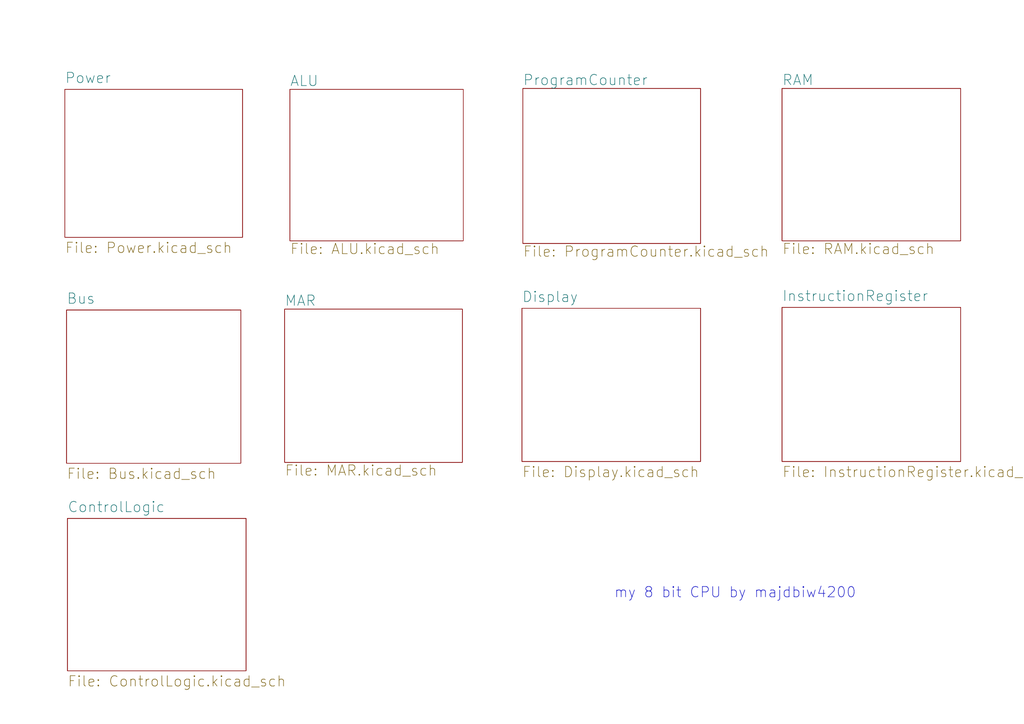
<source format=kicad_sch>
(kicad_sch (version 20211123) (generator eeschema)

  (uuid e63e39d7-6ac0-4ffd-8aa3-1841a4541b55)

  (paper "A4")

  (title_block
    (title "my_cpu")
    (date "2022-05-25")
    (rev "0.1v")
    (company "FLYX")
  )

  (lib_symbols
  )


  (text "my 8 bit CPU by majdbiw4200" (at 178.054 173.736 0)
    (effects (font (size 3 3)) (justify left bottom))
    (uuid 07bf9ba0-bd26-4829-bd7d-7c82c8614802)
  )

  (sheet (at 19.558 150.368) (size 51.816 44.196) (fields_autoplaced)
    (stroke (width 0.1524) (type solid) (color 0 0 0 0))
    (fill (color 0 0 0 0.0000))
    (uuid 0e7a6897-e7d6-41f2-988b-08ec8095cbfe)
    (property "Sheet name" "ControlLogic" (id 0) (at 19.558 148.7914 0)
      (effects (font (size 3 3)) (justify left bottom))
    )
    (property "Sheet file" "ControlLogic.kicad_sch" (id 1) (at 19.558 195.8406 0)
      (effects (font (size 3 3)) (justify left top))
    )
  )

  (sheet (at 82.55 89.662) (size 51.562 44.45) (fields_autoplaced)
    (stroke (width 0.1524) (type solid) (color 0 0 0 0))
    (fill (color 0 0 0 0.0000))
    (uuid 303b271c-20a6-4e97-9568-2d6bf58ffbdb)
    (property "Sheet name" "MAR" (id 0) (at 82.55 88.9504 0)
      (effects (font (size 3 3)) (justify left bottom))
    )
    (property "Sheet file" "MAR.kicad_sch" (id 1) (at 82.55 134.6966 0)
      (effects (font (size 3 3)) (justify left top))
    )
  )

  (sheet (at 18.796 25.908) (size 51.562 42.926) (fields_autoplaced)
    (stroke (width 0.1524) (type solid) (color 0 0 0 0))
    (fill (color 0 0 0 0.0000))
    (uuid 7455d3f2-8696-443d-b54f-c6275ed4119d)
    (property "Sheet name" "Power" (id 0) (at 18.796 24.3314 0)
      (effects (font (size 3 3)) (justify left bottom))
    )
    (property "Sheet file" "Power.kicad_sch" (id 1) (at 18.796 70.1106 0)
      (effects (font (size 3 3)) (justify left top))
    )
  )

  (sheet (at 19.304 89.916) (size 50.546 44.45) (fields_autoplaced)
    (stroke (width 0.1524) (type solid) (color 0 0 0 0))
    (fill (color 0 0 0 0.0000))
    (uuid 815a229f-78ca-432f-b6b7-231cb9957af4)
    (property "Sheet name" "Bus" (id 0) (at 19.304 88.3394 0)
      (effects (font (size 3 3)) (justify left bottom))
    )
    (property "Sheet file" "Bus.kicad_sch" (id 1) (at 19.304 135.6426 0)
      (effects (font (size 3 3)) (justify left top))
    )
  )

  (sheet (at 151.638 25.654) (size 51.562 44.958) (fields_autoplaced)
    (stroke (width 0.1524) (type solid) (color 0 0 0 0))
    (fill (color 0 0 0 0.0000))
    (uuid 8d86aa97-8c6f-43f2-92ca-69c671d4ce70)
    (property "Sheet name" "ProgramCounter" (id 0) (at 151.638 24.9424 0)
      (effects (font (size 3 3)) (justify left bottom))
    )
    (property "Sheet file" "ProgramCounter.kicad_sch" (id 1) (at 151.638 71.1966 0)
      (effects (font (size 3 3)) (justify left top))
    )
  )

  (sheet (at 84.074 25.908) (size 50.292 43.942) (fields_autoplaced)
    (stroke (width 0.1524) (type solid) (color 0 0 0 0))
    (fill (color 0 0 0 0.0000))
    (uuid c6154109-31c8-4e13-a569-bb1f35a56d48)
    (property "Sheet name" "ALU" (id 0) (at 84.074 25.1964 0)
      (effects (font (size 3 3)) (justify left bottom))
    )
    (property "Sheet file" "ALU.kicad_sch" (id 1) (at 84.074 70.4346 0)
      (effects (font (size 3 3)) (justify left top))
    )
  )

  (sheet (at 151.384 89.408) (size 51.816 44.45) (fields_autoplaced)
    (stroke (width 0.1524) (type solid) (color 0 0 0 0))
    (fill (color 0 0 0 0.0000))
    (uuid d4b3dc22-3174-4fd6-b181-2f0a9be58cf0)
    (property "Sheet name" "Display" (id 0) (at 151.384 87.8314 0)
      (effects (font (size 3 3)) (justify left bottom))
    )
    (property "Sheet file" "Display.kicad_sch" (id 1) (at 151.384 135.1346 0)
      (effects (font (size 3 3)) (justify left top))
    )
  )

  (sheet (at 226.822 25.654) (size 51.816 44.196) (fields_autoplaced)
    (stroke (width 0.1524) (type solid) (color 0 0 0 0))
    (fill (color 0 0 0 0.0000))
    (uuid e928d6ec-b12e-4016-beb9-f6c70edb04c5)
    (property "Sheet name" "RAM" (id 0) (at 226.822 24.9424 0)
      (effects (font (size 3 3)) (justify left bottom))
    )
    (property "Sheet file" "RAM.kicad_sch" (id 1) (at 226.822 70.4346 0)
      (effects (font (size 3 3)) (justify left top))
    )
  )

  (sheet (at 226.822 89.154) (size 51.816 44.704) (fields_autoplaced)
    (stroke (width 0.1524) (type solid) (color 0 0 0 0))
    (fill (color 0 0 0 0.0000))
    (uuid f083b4da-71ee-4d95-b8d3-e655b5795664)
    (property "Sheet name" "InstructionRegister" (id 0) (at 226.822 87.5774 0)
      (effects (font (size 3 3)) (justify left bottom))
    )
    (property "Sheet file" "InstructionRegister.kicad_sch" (id 1) (at 226.822 135.1346 0)
      (effects (font (size 3 3)) (justify left top))
    )
  )

  (sheet_instances
    (path "/" (page "1"))
    (path "/7455d3f2-8696-443d-b54f-c6275ed4119d" (page "2"))
    (path "/c6154109-31c8-4e13-a569-bb1f35a56d48" (page "3"))
    (path "/8d86aa97-8c6f-43f2-92ca-69c671d4ce70" (page "4"))
    (path "/e928d6ec-b12e-4016-beb9-f6c70edb04c5" (page "5"))
    (path "/815a229f-78ca-432f-b6b7-231cb9957af4" (page "6"))
    (path "/303b271c-20a6-4e97-9568-2d6bf58ffbdb" (page "7"))
    (path "/d4b3dc22-3174-4fd6-b181-2f0a9be58cf0" (page "8"))
    (path "/f083b4da-71ee-4d95-b8d3-e655b5795664" (page "9"))
    (path "/0e7a6897-e7d6-41f2-988b-08ec8095cbfe" (page "10"))
  )

  (symbol_instances
    (path "/d4b3dc22-3174-4fd6-b181-2f0a9be58cf0/abd52847-d341-412e-9093-8017b245f618"
      (reference "#PWR01") (unit 1) (value "+5V") (footprint "")
    )
    (path "/d4b3dc22-3174-4fd6-b181-2f0a9be58cf0/9450572d-d05d-4226-b258-c4c0bcdbecca"
      (reference "#PWR02") (unit 1) (value "+5V") (footprint "")
    )
    (path "/d4b3dc22-3174-4fd6-b181-2f0a9be58cf0/b329831a-a0b1-4ea7-9d90-ad1d9065e20d"
      (reference "#PWR03") (unit 1) (value "+5V") (footprint "")
    )
    (path "/d4b3dc22-3174-4fd6-b181-2f0a9be58cf0/41f1be80-b79e-47a0-a054-a946efb0cdfa"
      (reference "#PWR04") (unit 1) (value "+5V") (footprint "")
    )
    (path "/d4b3dc22-3174-4fd6-b181-2f0a9be58cf0/5c769ddb-3ed7-4984-b985-052bbfd9eabf"
      (reference "#PWR05") (unit 1) (value "+5V") (footprint "")
    )
    (path "/d4b3dc22-3174-4fd6-b181-2f0a9be58cf0/699fee3f-2aa9-4396-a98f-71227ffdf4d3"
      (reference "#PWR06") (unit 1) (value "+5V") (footprint "")
    )
    (path "/d4b3dc22-3174-4fd6-b181-2f0a9be58cf0/7668a732-3a98-42a8-8bb3-e67ccef02071"
      (reference "#PWR07") (unit 1) (value "GND") (footprint "")
    )
    (path "/d4b3dc22-3174-4fd6-b181-2f0a9be58cf0/d276c661-fca5-49a6-a465-023adec6aa33"
      (reference "#PWR08") (unit 1) (value "GND") (footprint "")
    )
    (path "/d4b3dc22-3174-4fd6-b181-2f0a9be58cf0/b3c06df4-81bd-403d-a2b0-21724469db1a"
      (reference "#PWR09") (unit 1) (value "GND") (footprint "")
    )
    (path "/d4b3dc22-3174-4fd6-b181-2f0a9be58cf0/0ef2aa29-11f6-4d85-808b-3e6f979000bd"
      (reference "#PWR010") (unit 1) (value "GND") (footprint "")
    )
    (path "/d4b3dc22-3174-4fd6-b181-2f0a9be58cf0/b2ea8ad8-9479-47e5-8deb-4d4db6042f6a"
      (reference "#PWR011") (unit 1) (value "GND") (footprint "")
    )
    (path "/d4b3dc22-3174-4fd6-b181-2f0a9be58cf0/b3f81fa4-a14c-4cc0-af51-0b41f0ba5abe"
      (reference "#PWR012") (unit 1) (value "GND") (footprint "")
    )
    (path "/d4b3dc22-3174-4fd6-b181-2f0a9be58cf0/e435f0aa-d8bc-43d6-8fd6-1fec40f11f20"
      (reference "#PWR013") (unit 1) (value "GND") (footprint "")
    )
    (path "/d4b3dc22-3174-4fd6-b181-2f0a9be58cf0/c15faa43-69fa-498e-864f-c612ce90dcf8"
      (reference "#PWR014") (unit 1) (value "GND") (footprint "")
    )
    (path "/d4b3dc22-3174-4fd6-b181-2f0a9be58cf0/90cbda24-d19c-488d-bdb2-92a07274b37c"
      (reference "#PWR015") (unit 1) (value "+5V") (footprint "")
    )
    (path "/d4b3dc22-3174-4fd6-b181-2f0a9be58cf0/477f9b3d-022b-4f5d-9355-d7a03864eaa7"
      (reference "#PWR016") (unit 1) (value "+5V") (footprint "")
    )
    (path "/d4b3dc22-3174-4fd6-b181-2f0a9be58cf0/1d980558-e02e-4241-9a0a-2c8b8a18e27f"
      (reference "#PWR017") (unit 1) (value "+5V") (footprint "")
    )
    (path "/d4b3dc22-3174-4fd6-b181-2f0a9be58cf0/7254a980-82c0-4f7c-b23e-b064644bbaa9"
      (reference "#PWR018") (unit 1) (value "GND") (footprint "")
    )
    (path "/d4b3dc22-3174-4fd6-b181-2f0a9be58cf0/97eb45fa-745f-4e8b-87e3-d78041cc0269"
      (reference "#PWR019") (unit 1) (value "+5V") (footprint "")
    )
    (path "/d4b3dc22-3174-4fd6-b181-2f0a9be58cf0/6b28564a-fc8d-47f4-a7ed-28e20f1c054c"
      (reference "#PWR020") (unit 1) (value "+5V") (footprint "")
    )
    (path "/d4b3dc22-3174-4fd6-b181-2f0a9be58cf0/e5aeebcc-4f06-4ef9-a4eb-1d032e4285f0"
      (reference "#PWR021") (unit 1) (value "GND") (footprint "")
    )
    (path "/7455d3f2-8696-443d-b54f-c6275ed4119d/f6bd0aa6-4a87-46f0-b411-eb3ca55bd92a"
      (reference "#PWR022") (unit 1) (value "+5V") (footprint "")
    )
    (path "/7455d3f2-8696-443d-b54f-c6275ed4119d/bc94df33-adfd-4c2a-b355-90bf39ad92ec"
      (reference "#PWR023") (unit 1) (value "+5V") (footprint "")
    )
    (path "/7455d3f2-8696-443d-b54f-c6275ed4119d/e2d36093-a426-41a7-b6d3-8de60c825afd"
      (reference "#PWR024") (unit 1) (value "+5V") (footprint "")
    )
    (path "/7455d3f2-8696-443d-b54f-c6275ed4119d/25508720-34ba-454e-8400-fafe459a40ac"
      (reference "#PWR025") (unit 1) (value "GND") (footprint "")
    )
    (path "/7455d3f2-8696-443d-b54f-c6275ed4119d/57c97fc9-d362-4bc0-adeb-41b617979968"
      (reference "#PWR026") (unit 1) (value "GND") (footprint "")
    )
    (path "/7455d3f2-8696-443d-b54f-c6275ed4119d/22a599ff-3469-4713-ae87-b22ff825fad2"
      (reference "#PWR027") (unit 1) (value "GND") (footprint "")
    )
    (path "/7455d3f2-8696-443d-b54f-c6275ed4119d/c4d34034-b853-48d0-9b3c-a80632c62e8e"
      (reference "#PWR028") (unit 1) (value "+5V") (footprint "")
    )
    (path "/7455d3f2-8696-443d-b54f-c6275ed4119d/d76a07e9-13e4-4367-8024-1a2d4b0eaf6b"
      (reference "#PWR029") (unit 1) (value "+5V") (footprint "")
    )
    (path "/7455d3f2-8696-443d-b54f-c6275ed4119d/9ea9f485-1b6e-4bf7-a8f5-e89fd72fcb0b"
      (reference "#PWR030") (unit 1) (value "+5V") (footprint "")
    )
    (path "/7455d3f2-8696-443d-b54f-c6275ed4119d/d90486e9-1f79-43b5-a225-6a84f9c06c37"
      (reference "#PWR031") (unit 1) (value "GND") (footprint "")
    )
    (path "/7455d3f2-8696-443d-b54f-c6275ed4119d/b83344e2-c7ca-47de-91d8-2e1797fd78a0"
      (reference "#PWR032") (unit 1) (value "GND") (footprint "")
    )
    (path "/7455d3f2-8696-443d-b54f-c6275ed4119d/d0929af3-feaa-44d0-b131-d63bcfa122dd"
      (reference "#PWR033") (unit 1) (value "GND") (footprint "")
    )
    (path "/7455d3f2-8696-443d-b54f-c6275ed4119d/8f6fc940-e7f1-47bb-aadc-31069c25c27e"
      (reference "#PWR034") (unit 1) (value "+5V") (footprint "")
    )
    (path "/7455d3f2-8696-443d-b54f-c6275ed4119d/bfb50fd6-d372-4246-a152-4b35c6f422d0"
      (reference "#PWR035") (unit 1) (value "GND") (footprint "")
    )
    (path "/7455d3f2-8696-443d-b54f-c6275ed4119d/fbf04cb0-78bd-4801-b4ef-417a0ddca543"
      (reference "#PWR036") (unit 1) (value "+5V") (footprint "")
    )
    (path "/7455d3f2-8696-443d-b54f-c6275ed4119d/03692c5b-4fb6-4160-9067-18405f302069"
      (reference "#PWR037") (unit 1) (value "GND") (footprint "")
    )
    (path "/c6154109-31c8-4e13-a569-bb1f35a56d48/2563278b-99cb-4ee3-a89a-12c159b5e94b"
      (reference "#PWR038") (unit 1) (value "+5V") (footprint "")
    )
    (path "/c6154109-31c8-4e13-a569-bb1f35a56d48/ef53dd8d-53d8-4e0e-894e-9fc09535a9be"
      (reference "#PWR039") (unit 1) (value "+5V") (footprint "")
    )
    (path "/c6154109-31c8-4e13-a569-bb1f35a56d48/f8877ed5-2348-4ce9-b938-4b4e641216a5"
      (reference "#PWR040") (unit 1) (value "GND") (footprint "")
    )
    (path "/c6154109-31c8-4e13-a569-bb1f35a56d48/fdbcf5e3-88e6-4af6-b0de-5a96394daf29"
      (reference "#PWR041") (unit 1) (value "+5V") (footprint "")
    )
    (path "/c6154109-31c8-4e13-a569-bb1f35a56d48/079ddf62-e05f-4245-93a8-9ca4d4fb91f9"
      (reference "#PWR042") (unit 1) (value "+5V") (footprint "")
    )
    (path "/c6154109-31c8-4e13-a569-bb1f35a56d48/d5cfeb1e-8a81-40c1-8098-30e4e5311054"
      (reference "#PWR043") (unit 1) (value "+5V") (footprint "")
    )
    (path "/c6154109-31c8-4e13-a569-bb1f35a56d48/ffa0fa63-7763-4a42-8043-b7e4ce57b03b"
      (reference "#PWR044") (unit 1) (value "GND") (footprint "")
    )
    (path "/c6154109-31c8-4e13-a569-bb1f35a56d48/c2f59fc8-629b-4f7e-a8f8-21c367bf4968"
      (reference "#PWR045") (unit 1) (value "GND") (footprint "")
    )
    (path "/c6154109-31c8-4e13-a569-bb1f35a56d48/457808a8-7aba-449f-91fe-b0a5d5343193"
      (reference "#PWR046") (unit 1) (value "+5V") (footprint "")
    )
    (path "/c6154109-31c8-4e13-a569-bb1f35a56d48/44be751f-b829-4ac1-9cb9-1541cc108f25"
      (reference "#PWR047") (unit 1) (value "GND") (footprint "")
    )
    (path "/c6154109-31c8-4e13-a569-bb1f35a56d48/143342e4-3c64-468f-aac8-2fe87a7217ce"
      (reference "#PWR048") (unit 1) (value "GND") (footprint "")
    )
    (path "/8d86aa97-8c6f-43f2-92ca-69c671d4ce70/4d48f12c-5c86-4236-bd85-4566a6c5cf64"
      (reference "#PWR049") (unit 1) (value "+5V") (footprint "")
    )
    (path "/8d86aa97-8c6f-43f2-92ca-69c671d4ce70/23113a70-d214-4709-9b40-aaac864699f9"
      (reference "#PWR050") (unit 1) (value "+5V") (footprint "")
    )
    (path "/8d86aa97-8c6f-43f2-92ca-69c671d4ce70/d00f72e5-80fa-4db7-92ba-04e76211568d"
      (reference "#PWR051") (unit 1) (value "+5V") (footprint "")
    )
    (path "/8d86aa97-8c6f-43f2-92ca-69c671d4ce70/d150704c-c647-4796-a0b9-e4ae4b6deaaa"
      (reference "#PWR052") (unit 1) (value "+5V") (footprint "")
    )
    (path "/8d86aa97-8c6f-43f2-92ca-69c671d4ce70/8aa9894c-adb4-4fcd-8d26-7b815023e857"
      (reference "#PWR053") (unit 1) (value "+5V") (footprint "")
    )
    (path "/8d86aa97-8c6f-43f2-92ca-69c671d4ce70/9c957c0b-9bd0-4d71-8807-c818fa2f4ebe"
      (reference "#PWR054") (unit 1) (value "GND") (footprint "")
    )
    (path "/8d86aa97-8c6f-43f2-92ca-69c671d4ce70/69ed7c81-a952-4378-8357-76c9747c83f3"
      (reference "#PWR055") (unit 1) (value "GND") (footprint "")
    )
    (path "/8d86aa97-8c6f-43f2-92ca-69c671d4ce70/8662b425-491a-4bc1-b908-50a529e4defe"
      (reference "#PWR056") (unit 1) (value "GND") (footprint "")
    )
    (path "/8d86aa97-8c6f-43f2-92ca-69c671d4ce70/6a2606b7-1ef2-429a-a941-7f82cb9aae47"
      (reference "#PWR057") (unit 1) (value "GND") (footprint "")
    )
    (path "/8d86aa97-8c6f-43f2-92ca-69c671d4ce70/6e04e195-ab4e-424f-9198-b5ec07460562"
      (reference "#PWR058") (unit 1) (value "GND") (footprint "")
    )
    (path "/8d86aa97-8c6f-43f2-92ca-69c671d4ce70/a8e9d866-2896-4e7c-8a7a-142673ce988a"
      (reference "#PWR059") (unit 1) (value "GND") (footprint "")
    )
    (path "/8d86aa97-8c6f-43f2-92ca-69c671d4ce70/caf409ef-c347-40dd-94d1-315f5a1d68d5"
      (reference "#PWR060") (unit 1) (value "+5V") (footprint "")
    )
    (path "/8d86aa97-8c6f-43f2-92ca-69c671d4ce70/f3a92938-1389-48ef-b9d4-2ff8a91d87ce"
      (reference "#PWR061") (unit 1) (value "+5V") (footprint "")
    )
    (path "/8d86aa97-8c6f-43f2-92ca-69c671d4ce70/e71dc08d-5f58-4396-8d86-65b8894683b4"
      (reference "#PWR062") (unit 1) (value "+5V") (footprint "")
    )
    (path "/8d86aa97-8c6f-43f2-92ca-69c671d4ce70/540edafc-1ed7-43d0-bb63-0d49a0ca90a4"
      (reference "#PWR063") (unit 1) (value "GND") (footprint "")
    )
    (path "/8d86aa97-8c6f-43f2-92ca-69c671d4ce70/9373eb54-b587-4ad0-8522-f2f44e979f13"
      (reference "#PWR064") (unit 1) (value "GND") (footprint "")
    )
    (path "/8d86aa97-8c6f-43f2-92ca-69c671d4ce70/1607b838-16d6-4e24-a405-fbf864e85f60"
      (reference "#PWR065") (unit 1) (value "GND") (footprint "")
    )
    (path "/8d86aa97-8c6f-43f2-92ca-69c671d4ce70/7c233abe-dda8-4ea8-8fff-bfd5f9a4297a"
      (reference "#PWR066") (unit 1) (value "+5V") (footprint "")
    )
    (path "/8d86aa97-8c6f-43f2-92ca-69c671d4ce70/d7343037-2de1-4bfe-85c9-3c3788e1b41f"
      (reference "#PWR067") (unit 1) (value "+5V") (footprint "")
    )
    (path "/8d86aa97-8c6f-43f2-92ca-69c671d4ce70/23f453b9-af9c-4cb7-a7de-62ec57095824"
      (reference "#PWR068") (unit 1) (value "GND") (footprint "")
    )
    (path "/8d86aa97-8c6f-43f2-92ca-69c671d4ce70/dbc25e71-476b-4147-a928-59410b2fda7d"
      (reference "#PWR069") (unit 1) (value "GND") (footprint "")
    )
    (path "/8d86aa97-8c6f-43f2-92ca-69c671d4ce70/12c5dd1d-038b-406c-991c-e1e92e0d93e0"
      (reference "#PWR070") (unit 1) (value "GND") (footprint "")
    )
    (path "/8d86aa97-8c6f-43f2-92ca-69c671d4ce70/b521d57e-c39d-4dd1-93b3-13ee04568e7b"
      (reference "#PWR071") (unit 1) (value "+5V") (footprint "")
    )
    (path "/8d86aa97-8c6f-43f2-92ca-69c671d4ce70/2740bae3-01cc-40eb-a42e-2897d9cfc8f3"
      (reference "#PWR072") (unit 1) (value "+5V") (footprint "")
    )
    (path "/8d86aa97-8c6f-43f2-92ca-69c671d4ce70/b7a53912-5070-4e98-8ae3-76f697db1cc9"
      (reference "#PWR073") (unit 1) (value "+5V") (footprint "")
    )
    (path "/8d86aa97-8c6f-43f2-92ca-69c671d4ce70/282e37dc-6049-4d73-91b3-b07438e19b09"
      (reference "#PWR074") (unit 1) (value "GND") (footprint "")
    )
    (path "/8d86aa97-8c6f-43f2-92ca-69c671d4ce70/ef152f7a-6272-4831-8bc6-c618b68dab3b"
      (reference "#PWR075") (unit 1) (value "+5V") (footprint "")
    )
    (path "/8d86aa97-8c6f-43f2-92ca-69c671d4ce70/3e955db3-4ffa-411c-b457-ab5ac25c00f6"
      (reference "#PWR076") (unit 1) (value "GND") (footprint "")
    )
    (path "/8d86aa97-8c6f-43f2-92ca-69c671d4ce70/69ba21b4-7ea3-4d12-802d-1fee0bd74065"
      (reference "#PWR077") (unit 1) (value "GND") (footprint "")
    )
    (path "/8d86aa97-8c6f-43f2-92ca-69c671d4ce70/05c18be1-7465-45e8-8d40-84c0dd4dc4f0"
      (reference "#PWR078") (unit 1) (value "GND") (footprint "")
    )
    (path "/e928d6ec-b12e-4016-beb9-f6c70edb04c5/1d9390c0-c770-4ddd-b232-2401a7f08c5a"
      (reference "#PWR079") (unit 1) (value "+5V") (footprint "")
    )
    (path "/e928d6ec-b12e-4016-beb9-f6c70edb04c5/58b02cef-92b8-46d3-9c51-cb7d0d88b1e2"
      (reference "#PWR080") (unit 1) (value "GND") (footprint "")
    )
    (path "/e928d6ec-b12e-4016-beb9-f6c70edb04c5/8b97d5b0-88d7-4016-9936-03e0be64fb7c"
      (reference "#PWR081") (unit 1) (value "+5V") (footprint "")
    )
    (path "/e928d6ec-b12e-4016-beb9-f6c70edb04c5/41a25e0e-29fe-4af5-aaf3-ac6dce601f92"
      (reference "#PWR082") (unit 1) (value "+5V") (footprint "")
    )
    (path "/e928d6ec-b12e-4016-beb9-f6c70edb04c5/deb031e1-50b4-478b-b68c-f8dd62da3ad4"
      (reference "#PWR083") (unit 1) (value "+5V") (footprint "")
    )
    (path "/e928d6ec-b12e-4016-beb9-f6c70edb04c5/3ebb8218-4314-43c6-8fd9-c71ca72ed351"
      (reference "#PWR084") (unit 1) (value "GND") (footprint "")
    )
    (path "/e928d6ec-b12e-4016-beb9-f6c70edb04c5/6ace5597-a8d7-4eb4-be62-a8b643dedb6d"
      (reference "#PWR085") (unit 1) (value "GND") (footprint "")
    )
    (path "/e928d6ec-b12e-4016-beb9-f6c70edb04c5/09ce8b5d-148a-46a5-b90f-05cb860de0c4"
      (reference "#PWR086") (unit 1) (value "+5V") (footprint "")
    )
    (path "/e928d6ec-b12e-4016-beb9-f6c70edb04c5/814f57a8-383f-41e9-884d-7177d91de53b"
      (reference "#PWR087") (unit 1) (value "GND") (footprint "")
    )
    (path "/e928d6ec-b12e-4016-beb9-f6c70edb04c5/9c91d8ce-5ae0-4004-9323-48b769ca024b"
      (reference "#PWR088") (unit 1) (value "GND") (footprint "")
    )
    (path "/e928d6ec-b12e-4016-beb9-f6c70edb04c5/901a6846-6d48-4ca3-9dee-20748b153a8f"
      (reference "#PWR089") (unit 1) (value "GND") (footprint "")
    )
    (path "/e928d6ec-b12e-4016-beb9-f6c70edb04c5/43272dda-5de5-402d-86f3-390efa3c1735"
      (reference "#PWR090") (unit 1) (value "+5V") (footprint "")
    )
    (path "/e928d6ec-b12e-4016-beb9-f6c70edb04c5/216382d9-e697-4af3-9485-81b824461e0b"
      (reference "#PWR091") (unit 1) (value "GND") (footprint "")
    )
    (path "/e928d6ec-b12e-4016-beb9-f6c70edb04c5/ffd14834-2b79-4793-b6a7-cf98fa5ae3fc"
      (reference "#PWR092") (unit 1) (value "+5V") (footprint "")
    )
    (path "/e928d6ec-b12e-4016-beb9-f6c70edb04c5/aa8d770c-62dd-452d-af12-62d45064f326"
      (reference "#PWR093") (unit 1) (value "+5V") (footprint "")
    )
    (path "/e928d6ec-b12e-4016-beb9-f6c70edb04c5/6794b306-f499-4bcf-91c0-aa9cc13ae1de"
      (reference "#PWR094") (unit 1) (value "+5V") (footprint "")
    )
    (path "/e928d6ec-b12e-4016-beb9-f6c70edb04c5/91dde41d-dde8-476e-940c-0f77b28960b2"
      (reference "#PWR095") (unit 1) (value "GND") (footprint "")
    )
    (path "/e928d6ec-b12e-4016-beb9-f6c70edb04c5/bb275907-0def-41cd-b249-d943ad3a1e82"
      (reference "#PWR096") (unit 1) (value "+5V") (footprint "")
    )
    (path "/e928d6ec-b12e-4016-beb9-f6c70edb04c5/e9ea59a0-f2fe-434c-9571-bb2151debdfd"
      (reference "#PWR097") (unit 1) (value "GND") (footprint "")
    )
    (path "/e928d6ec-b12e-4016-beb9-f6c70edb04c5/dca372c0-cc97-42e0-b6da-f24b64ac4098"
      (reference "#PWR098") (unit 1) (value "GND") (footprint "")
    )
    (path "/e928d6ec-b12e-4016-beb9-f6c70edb04c5/9527c724-5dfe-4fa1-843a-4218b2fc7363"
      (reference "#PWR099") (unit 1) (value "GND") (footprint "")
    )
    (path "/e928d6ec-b12e-4016-beb9-f6c70edb04c5/4bcdb914-bac4-4899-917a-99129054034a"
      (reference "#PWR0100") (unit 1) (value "GND") (footprint "")
    )
    (path "/c6154109-31c8-4e13-a569-bb1f35a56d48/efee1b61-ea3f-4c5e-ae76-5abbec1a0e31"
      (reference "#PWR0101") (unit 1) (value "+5V") (footprint "")
    )
    (path "/c6154109-31c8-4e13-a569-bb1f35a56d48/4df1edcf-6d85-4701-b506-1f793f55371a"
      (reference "#PWR0102") (unit 1) (value "GND") (footprint "")
    )
    (path "/c6154109-31c8-4e13-a569-bb1f35a56d48/ce9aa614-ddee-451a-98ac-c49a91b9a767"
      (reference "#PWR0103") (unit 1) (value "GND") (footprint "")
    )
    (path "/c6154109-31c8-4e13-a569-bb1f35a56d48/5b29bc39-4de4-49bc-98c4-839fe9035f15"
      (reference "#PWR0104") (unit 1) (value "GND") (footprint "")
    )
    (path "/c6154109-31c8-4e13-a569-bb1f35a56d48/719ce52b-e5df-412f-89e7-8f2492e17ae9"
      (reference "#PWR0105") (unit 1) (value "+5V") (footprint "")
    )
    (path "/c6154109-31c8-4e13-a569-bb1f35a56d48/0d0adf54-ed24-4700-a192-5c935201b9d0"
      (reference "#PWR0106") (unit 1) (value "GND") (footprint "")
    )
    (path "/c6154109-31c8-4e13-a569-bb1f35a56d48/9fc425b0-cbe5-4faa-bad8-04f2a50eb20d"
      (reference "#PWR0107") (unit 1) (value "GND") (footprint "")
    )
    (path "/c6154109-31c8-4e13-a569-bb1f35a56d48/0d172a18-1cf7-46f2-9acf-91b648f008a6"
      (reference "#PWR0108") (unit 1) (value "+5V") (footprint "")
    )
    (path "/c6154109-31c8-4e13-a569-bb1f35a56d48/d0505765-c014-4987-a6dd-fa395aadacdf"
      (reference "#PWR0109") (unit 1) (value "GND") (footprint "")
    )
    (path "/c6154109-31c8-4e13-a569-bb1f35a56d48/1bc825ae-fa6f-42b7-b0ea-d5b5ac2b18ac"
      (reference "#PWR0110") (unit 1) (value "+5V") (footprint "")
    )
    (path "/c6154109-31c8-4e13-a569-bb1f35a56d48/7e132412-27ec-4afb-8381-29e6633810f9"
      (reference "#PWR0111") (unit 1) (value "GND") (footprint "")
    )
    (path "/c6154109-31c8-4e13-a569-bb1f35a56d48/285ac824-72bb-4c33-9bcc-45072962c40c"
      (reference "#PWR0112") (unit 1) (value "+5V") (footprint "")
    )
    (path "/c6154109-31c8-4e13-a569-bb1f35a56d48/cd67174d-ef30-42c3-94f3-d75acd40bc86"
      (reference "#PWR0113") (unit 1) (value "GND") (footprint "")
    )
    (path "/c6154109-31c8-4e13-a569-bb1f35a56d48/927218dc-a049-4790-abe5-bccc678e7b28"
      (reference "#PWR0114") (unit 1) (value "GND") (footprint "")
    )
    (path "/c6154109-31c8-4e13-a569-bb1f35a56d48/cd1e3465-49ee-4579-b572-abc06643be68"
      (reference "#PWR0115") (unit 1) (value "+5V") (footprint "")
    )
    (path "/c6154109-31c8-4e13-a569-bb1f35a56d48/2401e455-42bb-47fb-9420-54f33329caac"
      (reference "#PWR0116") (unit 1) (value "+5V") (footprint "")
    )
    (path "/c6154109-31c8-4e13-a569-bb1f35a56d48/c83e2e6c-611a-4f90-8cde-788e62845054"
      (reference "#PWR0117") (unit 1) (value "GND") (footprint "")
    )
    (path "/c6154109-31c8-4e13-a569-bb1f35a56d48/42fddd30-3b35-4813-812c-3834c6b380cc"
      (reference "#PWR0118") (unit 1) (value "+5V") (footprint "")
    )
    (path "/e928d6ec-b12e-4016-beb9-f6c70edb04c5/11d797a2-883b-4106-a110-772f594049b5"
      (reference "#PWR0119") (unit 1) (value "GND") (footprint "")
    )
    (path "/e928d6ec-b12e-4016-beb9-f6c70edb04c5/1352335c-b817-47be-bd41-fed4a241ba98"
      (reference "#PWR0120") (unit 1) (value "GND") (footprint "")
    )
    (path "/e928d6ec-b12e-4016-beb9-f6c70edb04c5/d63756a0-cd91-4014-b609-3b151b03ac7a"
      (reference "#PWR0121") (unit 1) (value "GND") (footprint "")
    )
    (path "/e928d6ec-b12e-4016-beb9-f6c70edb04c5/092b5d89-c42a-4dbc-bb9d-3e96505d7591"
      (reference "#PWR0122") (unit 1) (value "GND") (footprint "")
    )
    (path "/815a229f-78ca-432f-b6b7-231cb9957af4/ab06947d-cedf-4248-b548-b5893146fade"
      (reference "#PWR0123") (unit 1) (value "GND") (footprint "")
    )
    (path "/303b271c-20a6-4e97-9568-2d6bf58ffbdb/0e6b115a-ca76-4b21-8148-0f16273d307a"
      (reference "#PWR0124") (unit 1) (value "+5V") (footprint "")
    )
    (path "/303b271c-20a6-4e97-9568-2d6bf58ffbdb/1a7b0537-3167-4104-9eee-add0c1e86e30"
      (reference "#PWR0125") (unit 1) (value "+5V") (footprint "")
    )
    (path "/303b271c-20a6-4e97-9568-2d6bf58ffbdb/d36c4515-caf6-4826-9163-255fc3043cf3"
      (reference "#PWR0126") (unit 1) (value "+5V") (footprint "")
    )
    (path "/303b271c-20a6-4e97-9568-2d6bf58ffbdb/12255160-cc9d-4b9a-8b8d-806e6491b5a7"
      (reference "#PWR0127") (unit 1) (value "GND") (footprint "")
    )
    (path "/303b271c-20a6-4e97-9568-2d6bf58ffbdb/8dfe97b3-9c59-4291-a451-2271a853e4b2"
      (reference "#PWR0128") (unit 1) (value "GND") (footprint "")
    )
    (path "/303b271c-20a6-4e97-9568-2d6bf58ffbdb/5da53957-2029-42b6-bcd9-6a10253ec401"
      (reference "#PWR0129") (unit 1) (value "GND") (footprint "")
    )
    (path "/303b271c-20a6-4e97-9568-2d6bf58ffbdb/6cb976c4-268a-4aef-8409-ad204ec8af6f"
      (reference "#PWR0130") (unit 1) (value "+5V") (footprint "")
    )
    (path "/815a229f-78ca-432f-b6b7-231cb9957af4/13d31af1-e7ff-4c9e-aafa-4b1c39355403"
      (reference "#PWR0131") (unit 1) (value "GND") (footprint "")
    )
    (path "/303b271c-20a6-4e97-9568-2d6bf58ffbdb/3b24bc2c-acc9-455a-91fe-354efb968c4c"
      (reference "#PWR0132") (unit 1) (value "GND") (footprint "")
    )
    (path "/303b271c-20a6-4e97-9568-2d6bf58ffbdb/aeb138af-20cb-49b1-8581-0bb060257210"
      (reference "#PWR0133") (unit 1) (value "GND") (footprint "")
    )
    (path "/303b271c-20a6-4e97-9568-2d6bf58ffbdb/3361b881-2941-4523-886c-ef5e876d131a"
      (reference "#PWR0134") (unit 1) (value "GND") (footprint "")
    )
    (path "/f083b4da-71ee-4d95-b8d3-e655b5795664/ee86c100-d115-4e8e-9c23-91efd7431250"
      (reference "#PWR0135") (unit 1) (value "+5V") (footprint "")
    )
    (path "/f083b4da-71ee-4d95-b8d3-e655b5795664/f7be9af7-bb99-4228-85e3-4c43efc472cc"
      (reference "#PWR0136") (unit 1) (value "+5V") (footprint "")
    )
    (path "/f083b4da-71ee-4d95-b8d3-e655b5795664/96ad4617-ea6f-470b-80ba-c69c8287f424"
      (reference "#PWR0137") (unit 1) (value "GND") (footprint "")
    )
    (path "/f083b4da-71ee-4d95-b8d3-e655b5795664/2d0239f0-608b-43f7-8039-8c9b1d847de6"
      (reference "#PWR0138") (unit 1) (value "+5V") (footprint "")
    )
    (path "/f083b4da-71ee-4d95-b8d3-e655b5795664/ed84e08c-4ba9-4adb-addc-e32ce5fda58a"
      (reference "#PWR0139") (unit 1) (value "GND") (footprint "")
    )
    (path "/f083b4da-71ee-4d95-b8d3-e655b5795664/a5998212-f15d-4108-a93e-cd8b7be1879a"
      (reference "#PWR0140") (unit 1) (value "GND") (footprint "")
    )
    (path "/f083b4da-71ee-4d95-b8d3-e655b5795664/f1a27b63-82eb-47dc-b29b-824094344917"
      (reference "#PWR0141") (unit 1) (value "+5V") (footprint "")
    )
    (path "/f083b4da-71ee-4d95-b8d3-e655b5795664/be53023e-fdb1-4b3d-8308-fe687c51190a"
      (reference "#PWR0142") (unit 1) (value "GND") (footprint "")
    )
    (path "/f083b4da-71ee-4d95-b8d3-e655b5795664/3a83a06c-b9a3-440b-8fa5-278e4d065348"
      (reference "#PWR0143") (unit 1) (value "GND") (footprint "")
    )
    (path "/0e7a6897-e7d6-41f2-988b-08ec8095cbfe/29f0470e-d9ab-4e03-a28e-1f861067b19f"
      (reference "#PWR0144") (unit 1) (value "+5V") (footprint "")
    )
    (path "/0e7a6897-e7d6-41f2-988b-08ec8095cbfe/09e82824-8254-4c42-b691-7ddfec98b028"
      (reference "#PWR0145") (unit 1) (value "+5V") (footprint "")
    )
    (path "/0e7a6897-e7d6-41f2-988b-08ec8095cbfe/6090634c-45a4-4c29-b8ac-9d852c9db0b6"
      (reference "#PWR0146") (unit 1) (value "+5V") (footprint "")
    )
    (path "/0e7a6897-e7d6-41f2-988b-08ec8095cbfe/20dce59c-c0f6-48a6-984f-05e61c5468e0"
      (reference "#PWR0147") (unit 1) (value "GND") (footprint "")
    )
    (path "/0e7a6897-e7d6-41f2-988b-08ec8095cbfe/52214f52-d902-4eab-9d43-beaa495455a9"
      (reference "#PWR0148") (unit 1) (value "GND") (footprint "")
    )
    (path "/0e7a6897-e7d6-41f2-988b-08ec8095cbfe/6f1ec08b-55ce-4cef-8874-8ddb015046ce"
      (reference "#PWR0149") (unit 1) (value "GND") (footprint "")
    )
    (path "/0e7a6897-e7d6-41f2-988b-08ec8095cbfe/5003e115-7231-46b3-93d9-c2267ed5a1ff"
      (reference "#PWR0150") (unit 1) (value "+5V") (footprint "")
    )
    (path "/0e7a6897-e7d6-41f2-988b-08ec8095cbfe/d036a435-037d-40b7-8947-cc014db7098b"
      (reference "#PWR0151") (unit 1) (value "+5V") (footprint "")
    )
    (path "/0e7a6897-e7d6-41f2-988b-08ec8095cbfe/e5adf1f9-784e-4fbd-ac32-7413f6a11ba2"
      (reference "#PWR0152") (unit 1) (value "GND") (footprint "")
    )
    (path "/0e7a6897-e7d6-41f2-988b-08ec8095cbfe/48f79888-32b1-4e39-a33b-1f860dbfdd56"
      (reference "#PWR0153") (unit 1) (value "GND") (footprint "")
    )
    (path "/7455d3f2-8696-443d-b54f-c6275ed4119d/ba09f2a3-de2d-4b36-8285-066c21361844"
      (reference "#PWR0154") (unit 1) (value "+5V") (footprint "")
    )
    (path "/0e7a6897-e7d6-41f2-988b-08ec8095cbfe/0839f7d0-7aad-469f-880b-8781df1b02d6"
      (reference "#PWR0155") (unit 1) (value "GND") (footprint "")
    )
    (path "/0e7a6897-e7d6-41f2-988b-08ec8095cbfe/702e11aa-e131-4f3e-9cb9-c36bd9e55c7c"
      (reference "#PWR0156") (unit 1) (value "GND") (footprint "")
    )
    (path "/0e7a6897-e7d6-41f2-988b-08ec8095cbfe/20ab3210-2492-4331-b98e-0e5217d9fdc3"
      (reference "#PWR0157") (unit 1) (value "+5V") (footprint "")
    )
    (path "/0e7a6897-e7d6-41f2-988b-08ec8095cbfe/63387dfa-a70a-4d73-8b4b-01f875851e4d"
      (reference "#PWR0158") (unit 1) (value "GND") (footprint "")
    )
    (path "/0e7a6897-e7d6-41f2-988b-08ec8095cbfe/5f74b064-9a0e-450c-b2ba-0604afcd81f2"
      (reference "#PWR0159") (unit 1) (value "GND") (footprint "")
    )
    (path "/0e7a6897-e7d6-41f2-988b-08ec8095cbfe/8b44ab9d-abf6-42e5-a545-301724f00fcb"
      (reference "#PWR0160") (unit 1) (value "GND") (footprint "")
    )
    (path "/0e7a6897-e7d6-41f2-988b-08ec8095cbfe/9b146a55-198b-471f-b9db-9fb27301ca2b"
      (reference "#PWR0161") (unit 1) (value "GND") (footprint "")
    )
    (path "/0e7a6897-e7d6-41f2-988b-08ec8095cbfe/bb6727a9-c6c1-4efa-b3ec-0de0900f1385"
      (reference "#PWR0162") (unit 1) (value "+5V") (footprint "")
    )
    (path "/0e7a6897-e7d6-41f2-988b-08ec8095cbfe/a3c88289-2222-41aa-9810-13fce6afcffc"
      (reference "#PWR0163") (unit 1) (value "+5V") (footprint "")
    )
    (path "/0e7a6897-e7d6-41f2-988b-08ec8095cbfe/3109e214-4a06-427b-81be-454c197c7726"
      (reference "#PWR0164") (unit 1) (value "GND") (footprint "")
    )
    (path "/0e7a6897-e7d6-41f2-988b-08ec8095cbfe/9a7aace5-2eeb-4460-bbcb-98f9d18add96"
      (reference "#PWR0165") (unit 1) (value "GND") (footprint "")
    )
    (path "/7455d3f2-8696-443d-b54f-c6275ed4119d/20c9c3bf-1c22-45c9-be7b-1766254645d0"
      (reference "#PWR0166") (unit 1) (value "GND") (footprint "")
    )
    (path "/7455d3f2-8696-443d-b54f-c6275ed4119d/61b3e1e5-d00a-4f3a-993f-c7483eef3e3e"
      (reference "#PWR0167") (unit 1) (value "+5V") (footprint "")
    )
    (path "/c6154109-31c8-4e13-a569-bb1f35a56d48/7970cc01-8b67-4da3-98ee-d5692b5d0dee"
      (reference "#PWR0168") (unit 1) (value "GND") (footprint "")
    )
    (path "/c6154109-31c8-4e13-a569-bb1f35a56d48/c3cd05ec-4b6b-4ce1-83c2-5bfd1eb7c044"
      (reference "#PWR0169") (unit 1) (value "GND") (footprint "")
    )
    (path "/c6154109-31c8-4e13-a569-bb1f35a56d48/b7f8e358-1d98-4c2c-834d-6a80dd75a23d"
      (reference "#PWR0170") (unit 1) (value "GND") (footprint "")
    )
    (path "/8d86aa97-8c6f-43f2-92ca-69c671d4ce70/c6116473-3fed-49cf-82e0-a44ee5d86eb1"
      (reference "#PWR0171") (unit 1) (value "GND") (footprint "")
    )
    (path "/8d86aa97-8c6f-43f2-92ca-69c671d4ce70/f98bb3b4-7a6d-49aa-b9c1-3882f55c12de"
      (reference "#PWR0172") (unit 1) (value "GND") (footprint "")
    )
    (path "/e928d6ec-b12e-4016-beb9-f6c70edb04c5/5ae670a3-945a-4797-9314-23827bf2d2cf"
      (reference "#PWR0173") (unit 1) (value "GND") (footprint "")
    )
    (path "/303b271c-20a6-4e97-9568-2d6bf58ffbdb/d2cabb07-740f-4bbb-aff6-8c34be2cbe5b"
      (reference "#PWR0174") (unit 1) (value "GND") (footprint "")
    )
    (path "/f083b4da-71ee-4d95-b8d3-e655b5795664/f0407f1d-9b86-4099-bb05-bd7b91af0c57"
      (reference "#PWR0175") (unit 1) (value "GND") (footprint "")
    )
    (path "/f083b4da-71ee-4d95-b8d3-e655b5795664/ffbdc4cc-a39e-4569-829a-f877f6115d35"
      (reference "#PWR0176") (unit 1) (value "GND") (footprint "")
    )
    (path "/0e7a6897-e7d6-41f2-988b-08ec8095cbfe/17a5361c-e584-442b-999c-77b7eab3d51c"
      (reference "#PWR0177") (unit 1) (value "GND") (footprint "")
    )
    (path "/0e7a6897-e7d6-41f2-988b-08ec8095cbfe/fd620f4b-9f3e-42ff-b3ea-d327dbb8ea27"
      (reference "#PWR0178") (unit 1) (value "GND") (footprint "")
    )
    (path "/0e7a6897-e7d6-41f2-988b-08ec8095cbfe/29c56dd3-d395-4111-a5bb-53d2caa62371"
      (reference "#PWR0179") (unit 1) (value "GND") (footprint "")
    )
    (path "/7455d3f2-8696-443d-b54f-c6275ed4119d/1411df16-7d3c-431f-91bd-4949da37e4a4"
      (reference "#PWR0180") (unit 1) (value "GND") (footprint "")
    )
    (path "/7455d3f2-8696-443d-b54f-c6275ed4119d/5bd759f1-c5ca-4f97-b00c-60910e1e0d76"
      (reference "#PWR0181") (unit 1) (value "GND") (footprint "")
    )
    (path "/7455d3f2-8696-443d-b54f-c6275ed4119d/ee0806cb-1476-440e-82d0-8f118e016651"
      (reference "#PWR0182") (unit 1) (value "+5V") (footprint "")
    )
    (path "/7455d3f2-8696-443d-b54f-c6275ed4119d/3e0d2c10-1275-4c27-a0c2-0b7ef88f8a24"
      (reference "C100") (unit 1) (value "2u2") (footprint "Capacitor_THT:C_Radial_D6.3mm_H11.0mm_P2.50mm")
    )
    (path "/7455d3f2-8696-443d-b54f-c6275ed4119d/0c6b4d13-226b-464b-9dd9-73b3be043cd8"
      (reference "C300") (unit 1) (value "2u2") (footprint "Capacitor_THT:C_Radial_D6.3mm_H11.0mm_P2.50mm")
    )
    (path "/7455d3f2-8696-443d-b54f-c6275ed4119d/c74eb130-e083-4b81-ac4f-864e5cc73321"
      (reference "C301") (unit 1) (value "2u2") (footprint "Capacitor_THT:C_Radial_D6.3mm_H11.0mm_P2.50mm")
    )
    (path "/7455d3f2-8696-443d-b54f-c6275ed4119d/eb8c7ed5-c7e8-48c1-ac1b-c850a381a3cc"
      (reference "C302") (unit 1) (value "2u2") (footprint "Capacitor_THT:C_Radial_D6.3mm_H11.0mm_P2.50mm")
    )
    (path "/7455d3f2-8696-443d-b54f-c6275ed4119d/8cd41df0-5ade-4053-bc2b-7bb86b5f7378"
      (reference "C303") (unit 1) (value "2u2") (footprint "Capacitor_THT:C_Radial_D6.3mm_H11.0mm_P2.50mm")
    )
    (path "/7455d3f2-8696-443d-b54f-c6275ed4119d/4385f506-0231-4a07-94dc-6e37a0993936"
      (reference "C304") (unit 1) (value "2u2") (footprint "Capacitor_THT:C_Radial_D6.3mm_H11.0mm_P2.50mm")
    )
    (path "/7455d3f2-8696-443d-b54f-c6275ed4119d/43b7566d-9d7e-4cfd-b147-962b97763262"
      (reference "C305") (unit 1) (value "2u2") (footprint "Capacitor_THT:C_Radial_D6.3mm_H11.0mm_P2.50mm")
    )
    (path "/7455d3f2-8696-443d-b54f-c6275ed4119d/be08dcbf-683d-4aff-a352-7543e045fd7d"
      (reference "C306") (unit 1) (value "2u2") (footprint "Capacitor_THT:C_Radial_D6.3mm_H11.0mm_P2.50mm")
    )
    (path "/7455d3f2-8696-443d-b54f-c6275ed4119d/7d24f687-79aa-4b8c-8284-b78868812a22"
      (reference "C307") (unit 1) (value "2u2") (footprint "Capacitor_THT:C_Radial_D6.3mm_H11.0mm_P2.50mm")
    )
    (path "/7455d3f2-8696-443d-b54f-c6275ed4119d/2ead5f04-9340-4b45-b7e7-5ee0b6afcca8"
      (reference "C308") (unit 1) (value "2u2") (footprint "Capacitor_THT:C_Radial_D6.3mm_H11.0mm_P2.50mm")
    )
    (path "/7455d3f2-8696-443d-b54f-c6275ed4119d/0ae7bf87-4249-41aa-a464-8738a69210ee"
      (reference "C309") (unit 1) (value "2u2") (footprint "Capacitor_THT:C_Radial_D6.3mm_H11.0mm_P2.50mm")
    )
    (path "/7455d3f2-8696-443d-b54f-c6275ed4119d/1ba08d75-fc6b-46f2-b187-d0ee80dfffb8"
      (reference "C310") (unit 1) (value "2u2") (footprint "Capacitor_THT:C_Radial_D6.3mm_H11.0mm_P2.50mm")
    )
    (path "/8d86aa97-8c6f-43f2-92ca-69c671d4ce70/b3b4174d-d355-4cd2-9427-ca5148809da9"
      (reference "C400") (unit 1) (value "1uF") (footprint "Capacitor_THT:C_Radial_D6.3mm_H11.0mm_P2.50mm")
    )
    (path "/8d86aa97-8c6f-43f2-92ca-69c671d4ce70/03e49a40-012d-433e-9855-763fa9298ba1"
      (reference "C401") (unit 1) (value "0.01uF") (footprint "Capacitor_THT:C_Disc_D6.0mm_W2.5mm_P5.00mm")
    )
    (path "/8d86aa97-8c6f-43f2-92ca-69c671d4ce70/f8d7c7ee-ae43-438e-8866-b2b3d021aa15"
      (reference "C402") (unit 1) (value "0.01uF") (footprint "Capacitor_THT:C_Disc_D6.0mm_W2.5mm_P5.00mm")
    )
    (path "/8d86aa97-8c6f-43f2-92ca-69c671d4ce70/1b2803a8-a2e2-407b-9e48-534892dc4c3a"
      (reference "C403") (unit 1) (value "0.01uF") (footprint "Capacitor_THT:C_Disc_D6.0mm_W2.5mm_P5.00mm")
    )
    (path "/8d86aa97-8c6f-43f2-92ca-69c671d4ce70/1ca8ba30-52d3-4012-8b0d-f7e667b57ed4"
      (reference "C404") (unit 1) (value "0.1uF") (footprint "Capacitor_THT:C_Disc_D6.0mm_W2.5mm_P5.00mm")
    )
    (path "/7455d3f2-8696-443d-b54f-c6275ed4119d/be048470-2f11-4eff-862b-8120a571551b"
      (reference "C405") (unit 1) (value "2u2") (footprint "Capacitor_THT:C_Radial_D6.3mm_H11.0mm_P2.50mm")
    )
    (path "/7455d3f2-8696-443d-b54f-c6275ed4119d/b8cf56bd-e4f4-4155-9c85-96d896c1cc1e"
      (reference "C406") (unit 1) (value "2u2") (footprint "Capacitor_THT:C_Radial_D6.3mm_H11.0mm_P2.50mm")
    )
    (path "/7455d3f2-8696-443d-b54f-c6275ed4119d/7464ee40-bf7a-4c87-b8bc-334817665f6c"
      (reference "C407") (unit 1) (value "2u2") (footprint "Capacitor_THT:C_Radial_D6.3mm_H11.0mm_P2.50mm")
    )
    (path "/7455d3f2-8696-443d-b54f-c6275ed4119d/910e0984-a109-416a-b3fc-ff0a9e11fc61"
      (reference "C408") (unit 1) (value "2u2") (footprint "Capacitor_THT:C_Radial_D6.3mm_H11.0mm_P2.50mm")
    )
    (path "/7455d3f2-8696-443d-b54f-c6275ed4119d/1abeda21-ca92-4007-81cd-b6ed38859fdd"
      (reference "C409") (unit 1) (value "2u2") (footprint "Capacitor_THT:C_Radial_D6.3mm_H11.0mm_P2.50mm")
    )
    (path "/7455d3f2-8696-443d-b54f-c6275ed4119d/5895d1ad-67fc-4b03-85c5-b65ef5cf23fe"
      (reference "C410") (unit 1) (value "2u2") (footprint "Capacitor_THT:C_Radial_D6.3mm_H11.0mm_P2.50mm")
    )
    (path "/7455d3f2-8696-443d-b54f-c6275ed4119d/f8b61e13-2ab1-455d-9a7c-59614261211f"
      (reference "C411") (unit 1) (value "2u2") (footprint "Capacitor_THT:C_Radial_D6.3mm_H11.0mm_P2.50mm")
    )
    (path "/7455d3f2-8696-443d-b54f-c6275ed4119d/cdf5ee22-cc1f-4df0-a83d-9af7a253a347"
      (reference "C500") (unit 1) (value "2u2") (footprint "Capacitor_THT:C_Radial_D6.3mm_H11.0mm_P2.50mm")
    )
    (path "/7455d3f2-8696-443d-b54f-c6275ed4119d/7073117f-d158-48f9-9036-4df8eb59a2fc"
      (reference "C501") (unit 1) (value "2u2") (footprint "Capacitor_THT:C_Radial_D6.3mm_H11.0mm_P2.50mm")
    )
    (path "/7455d3f2-8696-443d-b54f-c6275ed4119d/053f6e5f-82e5-43d6-9812-94b891a69a9f"
      (reference "C502") (unit 1) (value "2u2") (footprint "Capacitor_THT:C_Radial_D6.3mm_H11.0mm_P2.50mm")
    )
    (path "/7455d3f2-8696-443d-b54f-c6275ed4119d/f083587c-8ded-4f48-a1d4-9e11b20e4a86"
      (reference "C503") (unit 1) (value "2u2") (footprint "Capacitor_THT:C_Radial_D6.3mm_H11.0mm_P2.50mm")
    )
    (path "/7455d3f2-8696-443d-b54f-c6275ed4119d/ca054341-5dcc-4c1f-bef2-b075d13e0762"
      (reference "C504") (unit 1) (value "2u2") (footprint "Capacitor_THT:C_Radial_D6.3mm_H11.0mm_P2.50mm")
    )
    (path "/7455d3f2-8696-443d-b54f-c6275ed4119d/ee9fafd8-4823-49d8-a4e0-dc677691829a"
      (reference "C505") (unit 1) (value "2u2") (footprint "Capacitor_THT:C_Radial_D6.3mm_H11.0mm_P2.50mm")
    )
    (path "/7455d3f2-8696-443d-b54f-c6275ed4119d/34ed0a5f-5727-4b3e-a5c5-4fda6a3f4112"
      (reference "C506") (unit 1) (value "2u2") (footprint "Capacitor_THT:C_Radial_D6.3mm_H11.0mm_P2.50mm")
    )
    (path "/7455d3f2-8696-443d-b54f-c6275ed4119d/f9223a17-a0d0-476b-a018-76a1f098edfe"
      (reference "C507") (unit 1) (value "2u2") (footprint "Capacitor_THT:C_Radial_D6.3mm_H11.0mm_P2.50mm")
    )
    (path "/7455d3f2-8696-443d-b54f-c6275ed4119d/2eb7e515-4bce-457a-a943-f41cc8de686e"
      (reference "C508") (unit 1) (value "2u2") (footprint "Capacitor_THT:C_Radial_D6.3mm_H11.0mm_P2.50mm")
    )
    (path "/7455d3f2-8696-443d-b54f-c6275ed4119d/9a350272-d784-4b7f-82db-e548ab552fe7"
      (reference "C700") (unit 1) (value "2u2") (footprint "Capacitor_THT:C_Radial_D6.3mm_H11.0mm_P2.50mm")
    )
    (path "/7455d3f2-8696-443d-b54f-c6275ed4119d/eb090dfc-e2cc-4aa5-b08c-d43b4775992a"
      (reference "C701") (unit 1) (value "2u2") (footprint "Capacitor_THT:C_Radial_D6.3mm_H11.0mm_P2.50mm")
    )
    (path "/d4b3dc22-3174-4fd6-b181-2f0a9be58cf0/e69226fb-5a2b-4e14-a681-74d9ef43f0e2"
      (reference "C800") (unit 1) (value "10n") (footprint "Capacitor_THT:C_Disc_D6.0mm_W2.5mm_P5.00mm")
    )
    (path "/d4b3dc22-3174-4fd6-b181-2f0a9be58cf0/ab8e2c14-b7e7-4aee-9868-509f9759272b"
      (reference "C801") (unit 1) (value "10n") (footprint "Capacitor_THT:C_Disc_D6.0mm_W2.5mm_P5.00mm")
    )
    (path "/7455d3f2-8696-443d-b54f-c6275ed4119d/688a62d7-6281-4a66-bb64-0e083341e445"
      (reference "C802") (unit 1) (value "2u2") (footprint "Capacitor_THT:C_Radial_D6.3mm_H11.0mm_P2.50mm")
    )
    (path "/7455d3f2-8696-443d-b54f-c6275ed4119d/a70e20dd-22c8-4b1c-aead-a2de8e9e0b1f"
      (reference "C803") (unit 1) (value "2u2") (footprint "Capacitor_THT:C_Radial_D6.3mm_H11.0mm_P2.50mm")
    )
    (path "/7455d3f2-8696-443d-b54f-c6275ed4119d/b92d2d7a-75df-4d93-b735-c60f54364e6e"
      (reference "C804") (unit 1) (value "2u2") (footprint "Capacitor_THT:C_Radial_D6.3mm_H11.0mm_P2.50mm")
    )
    (path "/7455d3f2-8696-443d-b54f-c6275ed4119d/bbe445bf-e4a5-45ec-977d-9ccc75f95bef"
      (reference "C805") (unit 1) (value "2u2") (footprint "Capacitor_THT:C_Radial_D6.3mm_H11.0mm_P2.50mm")
    )
    (path "/7455d3f2-8696-443d-b54f-c6275ed4119d/176f2304-fb69-43f6-bf4d-855d666840a9"
      (reference "C806") (unit 1) (value "2u2") (footprint "Capacitor_THT:C_Radial_D6.3mm_H11.0mm_P2.50mm")
    )
    (path "/7455d3f2-8696-443d-b54f-c6275ed4119d/a16405e8-7c44-417b-9db2-be79cf49555f"
      (reference "C807") (unit 1) (value "2u2") (footprint "Capacitor_THT:C_Radial_D6.3mm_H11.0mm_P2.50mm")
    )
    (path "/7455d3f2-8696-443d-b54f-c6275ed4119d/f80f56f6-cfa6-4bbb-b738-57655cfc5b97"
      (reference "C900") (unit 1) (value "2u2") (footprint "Capacitor_THT:C_Radial_D6.3mm_H11.0mm_P2.50mm")
    )
    (path "/7455d3f2-8696-443d-b54f-c6275ed4119d/e5c30417-d536-4cb6-b8ce-6f9bd0f49506"
      (reference "C901") (unit 1) (value "2u2") (footprint "Capacitor_THT:C_Radial_D6.3mm_H11.0mm_P2.50mm")
    )
    (path "/7455d3f2-8696-443d-b54f-c6275ed4119d/3b2526b9-7a8c-4a73-a5ff-c3e5dd2dbeae"
      (reference "C902") (unit 1) (value "2u2") (footprint "Capacitor_THT:C_Radial_D6.3mm_H11.0mm_P2.50mm")
    )
    (path "/7455d3f2-8696-443d-b54f-c6275ed4119d/39933a98-a1fe-46d7-879f-0c7a750c9731"
      (reference "C1000") (unit 1) (value "2u2") (footprint "Capacitor_THT:C_Radial_D6.3mm_H11.0mm_P2.50mm")
    )
    (path "/7455d3f2-8696-443d-b54f-c6275ed4119d/7b339ec2-6bf4-4e8f-84d1-7568581b75a1"
      (reference "C1001") (unit 1) (value "2u2") (footprint "Capacitor_THT:C_Radial_D6.3mm_H11.0mm_P2.50mm")
    )
    (path "/7455d3f2-8696-443d-b54f-c6275ed4119d/56146501-6984-4f11-a574-6a88e8bd3796"
      (reference "C1002") (unit 1) (value "2u2") (footprint "Capacitor_THT:C_Radial_D6.3mm_H11.0mm_P2.50mm")
    )
    (path "/7455d3f2-8696-443d-b54f-c6275ed4119d/f0cad9c7-54bc-4309-9aeb-26f9c5e17298"
      (reference "C1003") (unit 1) (value "2u2") (footprint "Capacitor_THT:C_Radial_D6.3mm_H11.0mm_P2.50mm")
    )
    (path "/7455d3f2-8696-443d-b54f-c6275ed4119d/5b0563b0-62b0-48d0-b9a5-b449a51bd2ff"
      (reference "C1004") (unit 1) (value "2u2") (footprint "Capacitor_THT:C_Radial_D6.3mm_H11.0mm_P2.50mm")
    )
    (path "/7455d3f2-8696-443d-b54f-c6275ed4119d/eba8a613-a2f1-430b-83b1-e1bf6649c824"
      (reference "C1005") (unit 1) (value "2u2") (footprint "Capacitor_THT:C_Radial_D6.3mm_H11.0mm_P2.50mm")
    )
    (path "/c6154109-31c8-4e13-a569-bb1f35a56d48/cdedc19d-7273-43a7-be2a-641d85ac822c"
      (reference "D300") (unit 1) (value "LED_R") (footprint "LED_THT:LED_D5.0mm")
    )
    (path "/c6154109-31c8-4e13-a569-bb1f35a56d48/a3a12598-3a42-4870-9c9b-ce2081cfdda0"
      (reference "D301") (unit 1) (value "LED_R") (footprint "LED_THT:LED_D5.0mm")
    )
    (path "/c6154109-31c8-4e13-a569-bb1f35a56d48/cc059509-5624-4c48-9cae-b415324969c0"
      (reference "D302") (unit 1) (value "LED_R") (footprint "LED_THT:LED_D5.0mm")
    )
    (path "/c6154109-31c8-4e13-a569-bb1f35a56d48/68d79f59-914c-437e-87b6-b3fcc70fb337"
      (reference "D303") (unit 1) (value "LED_R") (footprint "LED_THT:LED_D5.0mm")
    )
    (path "/c6154109-31c8-4e13-a569-bb1f35a56d48/81513208-df2a-4226-bf46-c79597669470"
      (reference "D304") (unit 1) (value "LED_R") (footprint "LED_THT:LED_D5.0mm")
    )
    (path "/c6154109-31c8-4e13-a569-bb1f35a56d48/a48fd0d6-5d30-4d01-8b05-8134b71b9e3e"
      (reference "D305") (unit 1) (value "LED_R") (footprint "LED_THT:LED_D5.0mm")
    )
    (path "/c6154109-31c8-4e13-a569-bb1f35a56d48/9487e5fa-4b8e-42a5-8597-6b7d5261390f"
      (reference "D306") (unit 1) (value "LED_R") (footprint "LED_THT:LED_D5.0mm")
    )
    (path "/c6154109-31c8-4e13-a569-bb1f35a56d48/975a2b5d-590e-4d4e-91b2-ffcd2f922aa0"
      (reference "D307") (unit 1) (value "LED_R") (footprint "LED_THT:LED_D5.0mm")
    )
    (path "/c6154109-31c8-4e13-a569-bb1f35a56d48/6ded487d-d025-41c0-9c57-ac2a338d87bb"
      (reference "D308") (unit 1) (value "LED_R") (footprint "LED_THT:LED_D5.0mm")
    )
    (path "/c6154109-31c8-4e13-a569-bb1f35a56d48/df2b7e97-e1e6-40e3-b6c5-34370e2136dd"
      (reference "D309") (unit 1) (value "LED_R") (footprint "LED_THT:LED_D5.0mm")
    )
    (path "/c6154109-31c8-4e13-a569-bb1f35a56d48/899a4213-b876-41f4-9597-7246b70f2d75"
      (reference "D310") (unit 1) (value "LED_R") (footprint "LED_THT:LED_D5.0mm")
    )
    (path "/c6154109-31c8-4e13-a569-bb1f35a56d48/11acf68e-b267-4635-86b8-6f03c2c91aff"
      (reference "D311") (unit 1) (value "LED_R") (footprint "LED_THT:LED_D5.0mm")
    )
    (path "/c6154109-31c8-4e13-a569-bb1f35a56d48/cf8d39cf-e9be-4edf-8e48-6df6c1feef5d"
      (reference "D312") (unit 1) (value "LED_R") (footprint "LED_THT:LED_D5.0mm")
    )
    (path "/c6154109-31c8-4e13-a569-bb1f35a56d48/c04b173e-22f4-46b2-bb83-a052254d4c29"
      (reference "D313") (unit 1) (value "LED_R") (footprint "LED_THT:LED_D5.0mm")
    )
    (path "/c6154109-31c8-4e13-a569-bb1f35a56d48/9e702395-3f9d-42b5-a405-858db7eeb00c"
      (reference "D314") (unit 1) (value "LED_R") (footprint "LED_THT:LED_D5.0mm")
    )
    (path "/c6154109-31c8-4e13-a569-bb1f35a56d48/f9d08046-be99-47b2-b08c-03caac8c7660"
      (reference "D315") (unit 1) (value "LED_R") (footprint "LED_THT:LED_D5.0mm")
    )
    (path "/c6154109-31c8-4e13-a569-bb1f35a56d48/5ac27c3b-4807-4d5a-a421-cf43f86d6c42"
      (reference "D316") (unit 1) (value "LED_R") (footprint "LED_THT:LED_D5.0mm")
    )
    (path "/c6154109-31c8-4e13-a569-bb1f35a56d48/a77c4c57-92cb-439f-92e4-d8c299ca1216"
      (reference "D317") (unit 1) (value "LED_R") (footprint "LED_THT:LED_D5.0mm")
    )
    (path "/c6154109-31c8-4e13-a569-bb1f35a56d48/160eb4a5-9602-4bbb-af06-f9511091d250"
      (reference "D318") (unit 1) (value "LED_R") (footprint "LED_THT:LED_D5.0mm")
    )
    (path "/c6154109-31c8-4e13-a569-bb1f35a56d48/b5d53146-d2a9-4729-beab-f9cd5aa87f7a"
      (reference "D319") (unit 1) (value "LED_R") (footprint "LED_THT:LED_D5.0mm")
    )
    (path "/c6154109-31c8-4e13-a569-bb1f35a56d48/917e398a-ed34-47e5-b647-cc62789423cb"
      (reference "D320") (unit 1) (value "LED_R") (footprint "LED_THT:LED_D5.0mm")
    )
    (path "/c6154109-31c8-4e13-a569-bb1f35a56d48/b9b9c56d-c3fa-4e1a-92e7-b9fca900adc8"
      (reference "D321") (unit 1) (value "LED_R") (footprint "LED_THT:LED_D5.0mm")
    )
    (path "/c6154109-31c8-4e13-a569-bb1f35a56d48/023b017d-b436-4738-b9be-c20bb87dbbb8"
      (reference "D322") (unit 1) (value "LED_R") (footprint "LED_THT:LED_D5.0mm")
    )
    (path "/c6154109-31c8-4e13-a569-bb1f35a56d48/edb8fefe-5030-4e16-8edd-d43e16f83969"
      (reference "D323") (unit 1) (value "LED_R") (footprint "LED_THT:LED_D5.0mm")
    )
    (path "/8d86aa97-8c6f-43f2-92ca-69c671d4ce70/d89eed47-ff71-4748-a25a-c84fbdaaad6a"
      (reference "D400") (unit 1) (value "LED_G") (footprint "LED_THT:LED_D5.0mm")
    )
    (path "/8d86aa97-8c6f-43f2-92ca-69c671d4ce70/28aa13c4-6760-4e36-a116-885870121ba9"
      (reference "D401") (unit 1) (value "LED_G") (footprint "LED_THT:LED_D5.0mm")
    )
    (path "/8d86aa97-8c6f-43f2-92ca-69c671d4ce70/1f8ffc11-ae45-4590-90ae-5f1de6038927"
      (reference "D402") (unit 1) (value "LED_G") (footprint "LED_THT:LED_D5.0mm")
    )
    (path "/8d86aa97-8c6f-43f2-92ca-69c671d4ce70/0f367846-d8c4-4b84-9ac1-e2b44b35e008"
      (reference "D403") (unit 1) (value "LED_G") (footprint "LED_THT:LED_D5.0mm")
    )
    (path "/8d86aa97-8c6f-43f2-92ca-69c671d4ce70/13b7f4ed-430e-4560-b110-1357e677a0e0"
      (reference "D404") (unit 1) (value "LED_B") (footprint "LED_THT:LED_D5.0mm")
    )
    (path "/e928d6ec-b12e-4016-beb9-f6c70edb04c5/456e511e-02a4-4cf0-817b-ebb1eae0f917"
      (reference "D500") (unit 1) (value "LED_R") (footprint "LED_THT:LED_D5.0mm")
    )
    (path "/e928d6ec-b12e-4016-beb9-f6c70edb04c5/062efef7-390d-42a7-9fff-f37fc4add4ff"
      (reference "D501") (unit 1) (value "LED_R") (footprint "LED_THT:LED_D5.0mm")
    )
    (path "/e928d6ec-b12e-4016-beb9-f6c70edb04c5/ba0be4d7-cae0-4f0e-b97a-bfd192bef966"
      (reference "D502") (unit 1) (value "LED_R") (footprint "LED_THT:LED_D5.0mm")
    )
    (path "/e928d6ec-b12e-4016-beb9-f6c70edb04c5/4eed8abc-8622-408c-8d8e-f2c135c270aa"
      (reference "D503") (unit 1) (value "LED_R") (footprint "LED_THT:LED_D5.0mm")
    )
    (path "/e928d6ec-b12e-4016-beb9-f6c70edb04c5/dc236880-8ce2-485e-a237-6a4024b5718e"
      (reference "D504") (unit 1) (value "LED_R") (footprint "LED_THT:LED_D5.0mm")
    )
    (path "/e928d6ec-b12e-4016-beb9-f6c70edb04c5/92042d07-f095-4024-8927-d1877951ce14"
      (reference "D505") (unit 1) (value "LED_R") (footprint "LED_THT:LED_D5.0mm")
    )
    (path "/e928d6ec-b12e-4016-beb9-f6c70edb04c5/75c66876-d2ea-4ea9-a697-1233d0ddc0ea"
      (reference "D506") (unit 1) (value "LED_R") (footprint "LED_THT:LED_D5.0mm")
    )
    (path "/e928d6ec-b12e-4016-beb9-f6c70edb04c5/759e545f-fb1e-4c34-a61c-761a0d3a8895"
      (reference "D507") (unit 1) (value "LED_R") (footprint "LED_THT:LED_D5.0mm")
    )
    (path "/815a229f-78ca-432f-b6b7-231cb9957af4/7b658257-dff9-48a6-9614-96aad0b23014"
      (reference "D600") (unit 1) (value "LED_R") (footprint "LED_THT:LED_D5.0mm")
    )
    (path "/815a229f-78ca-432f-b6b7-231cb9957af4/b751a6bf-40d1-4021-9e22-e137a1bf9f87"
      (reference "D601") (unit 1) (value "LED_R") (footprint "LED_THT:LED_D5.0mm")
    )
    (path "/815a229f-78ca-432f-b6b7-231cb9957af4/2e0db426-54f7-4c01-939f-c56e99619c4b"
      (reference "D602") (unit 1) (value "LED_R") (footprint "LED_THT:LED_D5.0mm")
    )
    (path "/815a229f-78ca-432f-b6b7-231cb9957af4/88e3b070-d62a-44a0-a64a-d5569a3907fd"
      (reference "D603") (unit 1) (value "LED_R") (footprint "LED_THT:LED_D5.0mm")
    )
    (path "/815a229f-78ca-432f-b6b7-231cb9957af4/fa639f16-1915-4e21-8e33-04b851d6ef6a"
      (reference "D604") (unit 1) (value "LED_R") (footprint "LED_THT:LED_D5.0mm")
    )
    (path "/815a229f-78ca-432f-b6b7-231cb9957af4/e621d3aa-9ae3-4b69-9b10-5fa516ef99e5"
      (reference "D605") (unit 1) (value "LED_R") (footprint "LED_THT:LED_D5.0mm")
    )
    (path "/815a229f-78ca-432f-b6b7-231cb9957af4/85ee96d2-3701-4b54-92fe-48201db9b0c9"
      (reference "D606") (unit 1) (value "LED_R") (footprint "LED_THT:LED_D5.0mm")
    )
    (path "/815a229f-78ca-432f-b6b7-231cb9957af4/c2e1740a-1951-4f4c-8616-350c172e95a5"
      (reference "D607") (unit 1) (value "LED_R") (footprint "LED_THT:LED_D5.0mm")
    )
    (path "/303b271c-20a6-4e97-9568-2d6bf58ffbdb/fbc6c91d-80ca-43fd-90a3-781cbdb71243"
      (reference "D700") (unit 1) (value "LED_G") (footprint "LED_THT:LED_D5.0mm")
    )
    (path "/303b271c-20a6-4e97-9568-2d6bf58ffbdb/a4de5b32-3fa5-4b00-b7a4-454fb46c1a37"
      (reference "D701") (unit 1) (value "LED_R") (footprint "LED_THT:LED_D5.0mm")
    )
    (path "/303b271c-20a6-4e97-9568-2d6bf58ffbdb/0bbb66d3-90b6-4f77-a858-0907dacf10ed"
      (reference "D702") (unit 1) (value "LED_Y") (footprint "LED_THT:LED_D5.0mm")
    )
    (path "/303b271c-20a6-4e97-9568-2d6bf58ffbdb/98d80e04-4bd9-467c-858f-fe7ffe3daf2d"
      (reference "D703") (unit 1) (value "LED_Y") (footprint "LED_THT:LED_D5.0mm")
    )
    (path "/303b271c-20a6-4e97-9568-2d6bf58ffbdb/80efc89a-7993-4d20-9f1c-2b58bb4f7887"
      (reference "D704") (unit 1) (value "LED_Y") (footprint "LED_THT:LED_D5.0mm")
    )
    (path "/303b271c-20a6-4e97-9568-2d6bf58ffbdb/20836833-c962-4ec9-b3ec-9641ceb837df"
      (reference "D705") (unit 1) (value "LED_Y") (footprint "LED_THT:LED_D5.0mm")
    )
    (path "/f083b4da-71ee-4d95-b8d3-e655b5795664/284d8e4e-b696-45d2-b894-e15ad5469f71"
      (reference "D900") (unit 1) (value "LED_Y") (footprint "LED_THT:LED_D5.0mm")
    )
    (path "/f083b4da-71ee-4d95-b8d3-e655b5795664/9c980d56-d91c-45a8-a22f-52e3d8a73122"
      (reference "D901") (unit 1) (value "LED_Y") (footprint "LED_THT:LED_D5.0mm")
    )
    (path "/f083b4da-71ee-4d95-b8d3-e655b5795664/235bcc5a-824d-4f06-b47b-6f792c52b902"
      (reference "D902") (unit 1) (value "LED_Y") (footprint "LED_THT:LED_D5.0mm")
    )
    (path "/f083b4da-71ee-4d95-b8d3-e655b5795664/3b24f34e-cbaf-4854-a073-31ae93846a40"
      (reference "D903") (unit 1) (value "LED_Y") (footprint "LED_THT:LED_D5.0mm")
    )
    (path "/f083b4da-71ee-4d95-b8d3-e655b5795664/afce2814-977f-41f7-9939-50d1a4c943f2"
      (reference "D904") (unit 1) (value "LED_B") (footprint "LED_THT:LED_D5.0mm")
    )
    (path "/f083b4da-71ee-4d95-b8d3-e655b5795664/a585a842-734a-46d8-b817-e42f3aba0064"
      (reference "D905") (unit 1) (value "LED_B") (footprint "LED_THT:LED_D5.0mm")
    )
    (path "/f083b4da-71ee-4d95-b8d3-e655b5795664/b4ad0a8e-d399-4369-897d-7bd44d2bb53e"
      (reference "D906") (unit 1) (value "LED_B") (footprint "LED_THT:LED_D5.0mm")
    )
    (path "/f083b4da-71ee-4d95-b8d3-e655b5795664/c4028111-3cca-4acb-ac21-d7f6ab99b0bc"
      (reference "D907") (unit 1) (value "LED_B") (footprint "LED_THT:LED_D5.0mm")
    )
    (path "/0e7a6897-e7d6-41f2-988b-08ec8095cbfe/f99a09e1-2831-4965-bbf1-ef7c9ecc7338"
      (reference "D1000") (unit 1) (value "LED_R") (footprint "LED_THT:LED_D5.0mm")
    )
    (path "/0e7a6897-e7d6-41f2-988b-08ec8095cbfe/adc9e4bc-8081-4c3f-b0e0-38c7fb88166b"
      (reference "D1001") (unit 1) (value "LED_R") (footprint "LED_THT:LED_D5.0mm")
    )
    (path "/0e7a6897-e7d6-41f2-988b-08ec8095cbfe/25f3e66f-22b0-4e9a-982e-f34f21a539ba"
      (reference "D1002") (unit 1) (value "LED_R") (footprint "LED_THT:LED_D5.0mm")
    )
    (path "/0e7a6897-e7d6-41f2-988b-08ec8095cbfe/a3c96344-263d-4227-b91b-8a0d2d1e6446"
      (reference "D1003") (unit 1) (value "LED_G") (footprint "LED_THT:LED_D5.0mm")
    )
    (path "/0e7a6897-e7d6-41f2-988b-08ec8095cbfe/760ff581-f86d-4305-bf13-9fa3a2cf5957"
      (reference "D1004") (unit 1) (value "LED_G") (footprint "LED_THT:LED_D5.0mm")
    )
    (path "/0e7a6897-e7d6-41f2-988b-08ec8095cbfe/4da99d98-cb83-4e85-87af-4ee2823155a9"
      (reference "D1005") (unit 1) (value "LED_G") (footprint "LED_THT:LED_D5.0mm")
    )
    (path "/0e7a6897-e7d6-41f2-988b-08ec8095cbfe/f1e8457f-f7ce-4c73-bf5a-896551794268"
      (reference "D1006") (unit 1) (value "LED_G") (footprint "LED_THT:LED_D5.0mm")
    )
    (path "/0e7a6897-e7d6-41f2-988b-08ec8095cbfe/71e4ca28-0e6f-4831-b5b3-5ff12c161c42"
      (reference "D1007") (unit 1) (value "LED_G") (footprint "LED_THT:LED_D5.0mm")
    )
    (path "/0e7a6897-e7d6-41f2-988b-08ec8095cbfe/d91d6dad-8863-4e47-b907-bd84a7a2d0c6"
      (reference "D1008") (unit 1) (value "LED_R") (footprint "LED_THT:LED_D5.0mm")
    )
    (path "/0e7a6897-e7d6-41f2-988b-08ec8095cbfe/e2fa9711-3d7d-4e5d-8fbf-91fef7771b86"
      (reference "D1009") (unit 1) (value "LED_R") (footprint "LED_THT:LED_D5.0mm")
    )
    (path "/0e7a6897-e7d6-41f2-988b-08ec8095cbfe/b14d26ab-7521-4cc1-a5d1-e1f06e9f5a4c"
      (reference "D1010") (unit 1) (value "LED_R") (footprint "LED_THT:LED_D5.0mm")
    )
    (path "/0e7a6897-e7d6-41f2-988b-08ec8095cbfe/b51cab38-dbdd-4ecf-8b3c-4c4a8bd834f9"
      (reference "D1011") (unit 1) (value "LED_R") (footprint "LED_THT:LED_D5.0mm")
    )
    (path "/0e7a6897-e7d6-41f2-988b-08ec8095cbfe/bd5f7904-6df8-4b5c-8690-9f5f1fb7a3e5"
      (reference "D1012") (unit 1) (value "LED_R") (footprint "LED_THT:LED_D5.0mm")
    )
    (path "/0e7a6897-e7d6-41f2-988b-08ec8095cbfe/a6a1abf9-1770-4cf5-b061-270cab6ff93b"
      (reference "D1013") (unit 1) (value "LED_R") (footprint "LED_THT:LED_D5.0mm")
    )
    (path "/0e7a6897-e7d6-41f2-988b-08ec8095cbfe/4e798f34-cb86-411b-a683-38be8efeaac4"
      (reference "D1014") (unit 1) (value "LED_R") (footprint "LED_THT:LED_D5.0mm")
    )
    (path "/0e7a6897-e7d6-41f2-988b-08ec8095cbfe/c9a34f77-e8b9-485a-8ac1-0cc00a6227b1"
      (reference "D1015") (unit 1) (value "LED_R") (footprint "LED_THT:LED_D5.0mm")
    )
    (path "/0e7a6897-e7d6-41f2-988b-08ec8095cbfe/d6ecaf21-57b3-4a13-a798-bb851ec91516"
      (reference "D1016") (unit 1) (value "LED_R") (footprint "LED_THT:LED_D5.0mm")
    )
    (path "/0e7a6897-e7d6-41f2-988b-08ec8095cbfe/fd704c4e-f267-463a-bd91-439536f88c40"
      (reference "D1017") (unit 1) (value "LED_R") (footprint "LED_THT:LED_D5.0mm")
    )
    (path "/0e7a6897-e7d6-41f2-988b-08ec8095cbfe/c55d853a-e999-48f0-99c6-6bbcfa1219b6"
      (reference "D1018") (unit 1) (value "LED_R") (footprint "LED_THT:LED_D5.0mm")
    )
    (path "/0e7a6897-e7d6-41f2-988b-08ec8095cbfe/587d7118-d5e5-4eb0-943e-529f387068c6"
      (reference "D1019") (unit 1) (value "LED_R") (footprint "LED_THT:LED_D5.0mm")
    )
    (path "/0e7a6897-e7d6-41f2-988b-08ec8095cbfe/4c7625af-6602-4d55-a980-8081b76359c5"
      (reference "D1020") (unit 1) (value "LED_R") (footprint "LED_THT:LED_D5.0mm")
    )
    (path "/0e7a6897-e7d6-41f2-988b-08ec8095cbfe/e3822f12-b44b-4b12-917f-4f240e8ac598"
      (reference "D1021") (unit 1) (value "LED_R") (footprint "LED_THT:LED_D5.0mm")
    )
    (path "/0e7a6897-e7d6-41f2-988b-08ec8095cbfe/2dfc0d7e-78c2-4bda-b75c-57513fb7b9be"
      (reference "D1022") (unit 1) (value "LED_R") (footprint "LED_THT:LED_D5.0mm")
    )
    (path "/7455d3f2-8696-443d-b54f-c6275ed4119d/d10a631c-10a4-475f-b7fc-537bc1bbf0ed"
      (reference "J1") (unit 1) (value "USB_B_Micro") (footprint "Connector_USB:USB_Micro-B_Molex_47346-0001")
    )
    (path "/7455d3f2-8696-443d-b54f-c6275ed4119d/d594e57f-57c2-4ab4-9940-038198be821e"
      (reference "R100") (unit 1) (value "1k") (footprint "Resistor_THT:R_Axial_DIN0204_L3.6mm_D1.6mm_P2.54mm_Vertical")
    )
    (path "/8d86aa97-8c6f-43f2-92ca-69c671d4ce70/b0b22e3b-ad5c-48af-acf9-0be147513efa"
      (reference "R400") (unit 1) (value "1k") (footprint "Resistor_THT:R_Axial_DIN0204_L3.6mm_D1.6mm_P2.54mm_Vertical")
    )
    (path "/8d86aa97-8c6f-43f2-92ca-69c671d4ce70/ce6f5b8d-6442-41ae-bd94-236990729620"
      (reference "R401") (unit 1) (value "1M") (footprint "Resistor_THT:R_Axial_DIN0204_L3.6mm_D1.6mm_P2.54mm_Vertical")
    )
    (path "/8d86aa97-8c6f-43f2-92ca-69c671d4ce70/d1327353-2eda-43e2-a8d4-415a43be714b"
      (reference "R402") (unit 1) (value "1k") (footprint "Resistor_THT:R_Axial_DIN0204_L3.6mm_D1.6mm_P2.54mm_Vertical")
    )
    (path "/8d86aa97-8c6f-43f2-92ca-69c671d4ce70/9b290706-fe3a-46d8-be45-a02d5b4a3cc1"
      (reference "R403") (unit 1) (value "1k") (footprint "Resistor_THT:R_Axial_DIN0204_L3.6mm_D1.6mm_P2.54mm_Vertical")
    )
    (path "/8d86aa97-8c6f-43f2-92ca-69c671d4ce70/5c0bfd07-2411-480d-acde-ceb208834867"
      (reference "R404") (unit 1) (value "1k") (footprint "Resistor_THT:R_Axial_DIN0204_L3.6mm_D1.6mm_P2.54mm_Vertical")
    )
    (path "/8d86aa97-8c6f-43f2-92ca-69c671d4ce70/1f19eaf2-4bf4-4583-9b0a-7b7a03e15b0b"
      (reference "R405") (unit 1) (value "1k") (footprint "Resistor_THT:R_Axial_DIN0204_L3.6mm_D1.6mm_P2.54mm_Vertical")
    )
    (path "/8d86aa97-8c6f-43f2-92ca-69c671d4ce70/10605096-2ef3-421e-be6c-aed7e3615aa9"
      (reference "R406") (unit 1) (value "1M") (footprint "Resistor_THT:R_Axial_DIN0204_L3.6mm_D1.6mm_P2.54mm_Vertical")
    )
    (path "/815a229f-78ca-432f-b6b7-231cb9957af4/287c9578-9099-4a64-9140-a32ef25fcc94"
      (reference "R600") (unit 1) (value "10k") (footprint "Resistor_THT:R_Axial_DIN0204_L3.6mm_D1.6mm_P2.54mm_Vertical")
    )
    (path "/815a229f-78ca-432f-b6b7-231cb9957af4/692bc39e-0a44-4ec9-9b37-48806695e23f"
      (reference "R601") (unit 1) (value "10k") (footprint "Resistor_THT:R_Axial_DIN0204_L3.6mm_D1.6mm_P2.54mm_Vertical")
    )
    (path "/815a229f-78ca-432f-b6b7-231cb9957af4/0f3bab90-47af-4249-b154-5ba01c2030a2"
      (reference "R602") (unit 1) (value "10k") (footprint "Resistor_THT:R_Axial_DIN0204_L3.6mm_D1.6mm_P2.54mm_Vertical")
    )
    (path "/815a229f-78ca-432f-b6b7-231cb9957af4/89b30876-2640-4bb3-b743-0a2c752ae333"
      (reference "R603") (unit 1) (value "10k") (footprint "Resistor_THT:R_Axial_DIN0204_L3.6mm_D1.6mm_P2.54mm_Vertical")
    )
    (path "/815a229f-78ca-432f-b6b7-231cb9957af4/2f821608-f4fb-476b-a1e6-38e15abf4573"
      (reference "R604") (unit 1) (value "10k") (footprint "Resistor_THT:R_Axial_DIN0204_L3.6mm_D1.6mm_P2.54mm_Vertical")
    )
    (path "/815a229f-78ca-432f-b6b7-231cb9957af4/4cb08728-a85d-4be5-9538-0099d3afd3e0"
      (reference "R605") (unit 1) (value "10k") (footprint "Resistor_THT:R_Axial_DIN0204_L3.6mm_D1.6mm_P2.54mm_Vertical")
    )
    (path "/815a229f-78ca-432f-b6b7-231cb9957af4/e63128bd-6bfb-48b5-a679-93d6de1920e9"
      (reference "R606") (unit 1) (value "10k") (footprint "Resistor_THT:R_Axial_DIN0204_L3.6mm_D1.6mm_P2.54mm_Vertical")
    )
    (path "/815a229f-78ca-432f-b6b7-231cb9957af4/b896eb14-8297-4c11-99df-91314531c13a"
      (reference "R607") (unit 1) (value "10k") (footprint "Resistor_THT:R_Axial_DIN0204_L3.6mm_D1.6mm_P2.54mm_Vertical")
    )
    (path "/815a229f-78ca-432f-b6b7-231cb9957af4/457d5bad-77e8-4a73-bd78-fad192757020"
      (reference "R608") (unit 1) (value "220R") (footprint "Resistor_THT:R_Axial_DIN0204_L3.6mm_D1.6mm_P2.54mm_Vertical")
    )
    (path "/815a229f-78ca-432f-b6b7-231cb9957af4/462b954a-4fdd-44ed-8138-3db319161ba2"
      (reference "R609") (unit 1) (value "220R") (footprint "Resistor_THT:R_Axial_DIN0204_L3.6mm_D1.6mm_P2.54mm_Vertical")
    )
    (path "/815a229f-78ca-432f-b6b7-231cb9957af4/bf883155-0280-4361-a88a-8a1aeecf911b"
      (reference "R610") (unit 1) (value "220R") (footprint "Resistor_THT:R_Axial_DIN0204_L3.6mm_D1.6mm_P2.54mm_Vertical")
    )
    (path "/815a229f-78ca-432f-b6b7-231cb9957af4/33a984db-6328-4018-8240-93359b1006c5"
      (reference "R611") (unit 1) (value "220R") (footprint "Resistor_THT:R_Axial_DIN0204_L3.6mm_D1.6mm_P2.54mm_Vertical")
    )
    (path "/815a229f-78ca-432f-b6b7-231cb9957af4/a23ecd90-bb9b-4fd2-a42b-7100bfc791b5"
      (reference "R612") (unit 1) (value "220R") (footprint "Resistor_THT:R_Axial_DIN0204_L3.6mm_D1.6mm_P2.54mm_Vertical")
    )
    (path "/815a229f-78ca-432f-b6b7-231cb9957af4/164880a2-68df-45aa-b6c3-3cdfb061d2ce"
      (reference "R613") (unit 1) (value "220R") (footprint "Resistor_THT:R_Axial_DIN0204_L3.6mm_D1.6mm_P2.54mm_Vertical")
    )
    (path "/815a229f-78ca-432f-b6b7-231cb9957af4/aef570d2-3dbd-4943-967e-67cf589f8c1b"
      (reference "R614") (unit 1) (value "220R") (footprint "Resistor_THT:R_Axial_DIN0204_L3.6mm_D1.6mm_P2.54mm_Vertical")
    )
    (path "/815a229f-78ca-432f-b6b7-231cb9957af4/63144730-b0dc-4870-8069-18f056f1901c"
      (reference "R615") (unit 1) (value "220R") (footprint "Resistor_THT:R_Axial_DIN0204_L3.6mm_D1.6mm_P2.54mm_Vertical")
    )
    (path "/303b271c-20a6-4e97-9568-2d6bf58ffbdb/f45f3e72-484d-4e87-a8e5-f64da88953a7"
      (reference "R700") (unit 1) (value "1k") (footprint "Resistor_THT:R_Axial_DIN0204_L3.6mm_D1.6mm_P2.54mm_Vertical")
    )
    (path "/303b271c-20a6-4e97-9568-2d6bf58ffbdb/93d7abd4-41e1-4851-bded-301eeb454a23"
      (reference "R701") (unit 1) (value "1k") (footprint "Resistor_THT:R_Axial_DIN0204_L3.6mm_D1.6mm_P2.54mm_Vertical")
    )
    (path "/d4b3dc22-3174-4fd6-b181-2f0a9be58cf0/50f3c45b-3134-41b7-8c64-a49b87793127"
      (reference "R800") (unit 1) (value "1k") (footprint "Resistor_THT:R_Axial_DIN0204_L3.6mm_D1.6mm_P2.54mm_Vertical")
    )
    (path "/d4b3dc22-3174-4fd6-b181-2f0a9be58cf0/363a9443-8bf0-466f-bbe9-a0d86e63aa3d"
      (reference "R801") (unit 1) (value "100k") (footprint "Resistor_THT:R_Axial_DIN0204_L3.6mm_D1.6mm_P2.54mm_Vertical")
    )
    (path "/7455d3f2-8696-443d-b54f-c6275ed4119d/63b0c997-a87b-4b9e-92df-ff349f9722db"
      (reference "SW100") (unit 1) (value "SW_Push") (footprint "Button_Switch_THT:SW_PUSH_6mm")
    )
    (path "/8d86aa97-8c6f-43f2-92ca-69c671d4ce70/02588bc7-d173-4b32-aac4-7199329b65eb"
      (reference "SW400") (unit 1) (value "SW_SPDT") (footprint "Button_Switch_THT:SW_CuK_OS102011MA1QN1_SPDT_Angled")
    )
    (path "/8d86aa97-8c6f-43f2-92ca-69c671d4ce70/aa0f33f2-89f9-4709-9290-7ab05c10c815"
      (reference "SW401") (unit 1) (value "SW_Push") (footprint "Button_Switch_THT:SW_PUSH_6mm")
    )
    (path "/e928d6ec-b12e-4016-beb9-f6c70edb04c5/65fb4a31-6c79-4367-8be9-a68e5c2614fe"
      (reference "SW500") (unit 1) (value "SW_DIP_x08") (footprint "Button_Switch_THT:SW_DIP_SPSTx08_Slide_9.78x22.5mm_W7.62mm_P2.54mm")
    )
    (path "/e928d6ec-b12e-4016-beb9-f6c70edb04c5/b2c6b5cc-0814-4d7e-a32a-fdcc60c9f079"
      (reference "SW501") (unit 1) (value "SW_Push") (footprint "Button_Switch_THT:SW_PUSH_6mm")
    )
    (path "/303b271c-20a6-4e97-9568-2d6bf58ffbdb/f9e5248a-fb39-4d4b-8b25-4a8c0be402e1"
      (reference "SW700") (unit 1) (value "SW_DIP_x04") (footprint "Button_Switch_THT:SW_DIP_SPSTx04_Slide_9.78x12.34mm_W7.62mm_P2.54mm")
    )
    (path "/303b271c-20a6-4e97-9568-2d6bf58ffbdb/aabf2c3a-2d25-41ab-a86e-bb724faae373"
      (reference "SW701") (unit 1) (value "SW_SPDT") (footprint "Button_Switch_THT:SW_CuK_OS102011MA1QN1_SPDT_Angled")
    )
    (path "/7455d3f2-8696-443d-b54f-c6275ed4119d/e07957b7-eec0-4956-afd5-4f341040bc14"
      (reference "U100") (unit 1) (value "74LS00") (footprint "Package_DIP:DIP-14_W7.62mm")
    )
    (path "/7455d3f2-8696-443d-b54f-c6275ed4119d/62b03f31-28ea-4f18-9d7e-44c289a8ac8e"
      (reference "U100") (unit 2) (value "74LS00") (footprint "Package_DIP:DIP-14_W7.62mm")
    )
    (path "/7455d3f2-8696-443d-b54f-c6275ed4119d/0ae3527b-9249-4bf6-843b-2fc48bb10cb8"
      (reference "U100") (unit 3) (value "74LS00") (footprint "Package_DIP:DIP-14_W7.62mm")
    )
    (path "/7455d3f2-8696-443d-b54f-c6275ed4119d/55cc9f7c-09f1-4d8a-bb7c-10cf17476633"
      (reference "U100") (unit 4) (value "74LS00") (footprint "Package_DIP:DIP-14_W7.62mm")
    )
    (path "/7455d3f2-8696-443d-b54f-c6275ed4119d/38ed8ad7-56d1-46c2-97e0-a27ba5b6d220"
      (reference "U100") (unit 5) (value "74LS00") (footprint "Package_DIP:DIP-14_W7.62mm")
    )
    (path "/c6154109-31c8-4e13-a569-bb1f35a56d48/71c84a4a-5d81-46df-a82f-84ff433708b7"
      (reference "U300") (unit 1) (value "74LS173") (footprint "Package_DIP:DIP-16_W7.62mm")
    )
    (path "/c6154109-31c8-4e13-a569-bb1f35a56d48/1aa51f4b-0893-4490-8d76-8545faec0cea"
      (reference "U301") (unit 1) (value "74LS173") (footprint "Package_DIP:DIP-16_W7.62mm")
    )
    (path "/c6154109-31c8-4e13-a569-bb1f35a56d48/bc830d82-ed37-460e-b4c6-b41352a3ac5c"
      (reference "U302") (unit 1) (value "74LS245") (footprint "Package_DIP:DIP-20_W7.62mm")
    )
    (path "/c6154109-31c8-4e13-a569-bb1f35a56d48/73a7c2d7-4726-43ba-b977-f6d58c6e0757"
      (reference "U303") (unit 1) (value "74LS173") (footprint "Package_DIP:DIP-16_W7.62mm")
    )
    (path "/c6154109-31c8-4e13-a569-bb1f35a56d48/e93b035f-f3c1-44e8-97a6-42de05d64966"
      (reference "U304") (unit 1) (value "74LS173") (footprint "Package_DIP:DIP-16_W7.62mm")
    )
    (path "/c6154109-31c8-4e13-a569-bb1f35a56d48/2e0589bf-f963-41d3-8dff-a937ca460cbb"
      (reference "U305") (unit 1) (value "74LS245") (footprint "Package_DIP:DIP-20_W7.62mm")
    )
    (path "/c6154109-31c8-4e13-a569-bb1f35a56d48/2e2726d3-9ce0-408f-8e09-4809b99caffc"
      (reference "U306") (unit 1) (value "74LS283") (footprint "Package_DIP:DIP-16_W7.62mm")
    )
    (path "/c6154109-31c8-4e13-a569-bb1f35a56d48/50de9d39-c7c9-4b2e-8cad-fd8bff28e95e"
      (reference "U307") (unit 1) (value "74LS283") (footprint "Package_DIP:DIP-16_W7.62mm")
    )
    (path "/c6154109-31c8-4e13-a569-bb1f35a56d48/d2db799c-0609-4913-a095-95b98d8f25c5"
      (reference "U308") (unit 1) (value "74LS245") (footprint "Package_DIP:DIP-20_W7.62mm")
    )
    (path "/c6154109-31c8-4e13-a569-bb1f35a56d48/ca7a6406-ff60-4390-be27-6a29e0510300"
      (reference "U309") (unit 1) (value "74LS86") (footprint "Package_DIP:DIP-14_W7.62mm")
    )
    (path "/c6154109-31c8-4e13-a569-bb1f35a56d48/87f8baef-f9c3-4871-8c06-8ab6a5c42c79"
      (reference "U309") (unit 2) (value "74LS86") (footprint "Package_DIP:DIP-14_W7.62mm")
    )
    (path "/c6154109-31c8-4e13-a569-bb1f35a56d48/2207d4aa-06b5-4888-9b91-4c3f3e29cb1d"
      (reference "U309") (unit 3) (value "74LS86") (footprint "Package_DIP:DIP-14_W7.62mm")
    )
    (path "/c6154109-31c8-4e13-a569-bb1f35a56d48/79b4d3ad-0b86-4b44-994d-937a3bd35db5"
      (reference "U309") (unit 4) (value "74LS86") (footprint "Package_DIP:DIP-14_W7.62mm")
    )
    (path "/c6154109-31c8-4e13-a569-bb1f35a56d48/92422247-39df-44c1-9c75-a610e87050f3"
      (reference "U309") (unit 5) (value "74LS86") (footprint "Package_DIP:DIP-14_W7.62mm")
    )
    (path "/c6154109-31c8-4e13-a569-bb1f35a56d48/2f0f181a-9786-4434-9929-b1b4330db67f"
      (reference "U310") (unit 1) (value "74LS86") (footprint "Package_DIP:DIP-14_W7.62mm")
    )
    (path "/c6154109-31c8-4e13-a569-bb1f35a56d48/eb74a981-47de-4dca-944e-4ba5bca29db1"
      (reference "U310") (unit 2) (value "74LS86") (footprint "Package_DIP:DIP-14_W7.62mm")
    )
    (path "/c6154109-31c8-4e13-a569-bb1f35a56d48/9210e433-9cda-47e0-a29a-5ccfa16d76f4"
      (reference "U310") (unit 3) (value "74LS86") (footprint "Package_DIP:DIP-14_W7.62mm")
    )
    (path "/c6154109-31c8-4e13-a569-bb1f35a56d48/3b5a9584-08ba-4091-89cf-3467e2a21063"
      (reference "U310") (unit 4) (value "74LS86") (footprint "Package_DIP:DIP-14_W7.62mm")
    )
    (path "/c6154109-31c8-4e13-a569-bb1f35a56d48/e33256e8-c3b6-4a80-b400-4cb54a6e5094"
      (reference "U310") (unit 5) (value "74LS86") (footprint "Package_DIP:DIP-14_W7.62mm")
    )
    (path "/8d86aa97-8c6f-43f2-92ca-69c671d4ce70/481c429a-020c-456f-a47c-7ac00a7f4dcc"
      (reference "U400") (unit 1) (value "NE555P") (footprint "Package_DIP:DIP-8_W7.62mm")
    )
    (path "/8d86aa97-8c6f-43f2-92ca-69c671d4ce70/98821add-bc3b-463d-bc72-475334a0be28"
      (reference "U401") (unit 1) (value "NE555P") (footprint "Package_DIP:DIP-8_W7.62mm")
    )
    (path "/8d86aa97-8c6f-43f2-92ca-69c671d4ce70/a6682786-103f-491f-b6f4-4acefe5833ed"
      (reference "U402") (unit 1) (value "NE555P") (footprint "Package_DIP:DIP-8_W7.62mm")
    )
    (path "/8d86aa97-8c6f-43f2-92ca-69c671d4ce70/e61eb76c-c3ed-4060-8bf7-4d2e871f76c6"
      (reference "U403") (unit 1) (value "74LS00") (footprint "Package_DIP:DIP-14_W7.62mm")
    )
    (path "/8d86aa97-8c6f-43f2-92ca-69c671d4ce70/8ba2dd8b-6a3f-487c-aac8-cb466bb3e149"
      (reference "U403") (unit 2) (value "74LS00") (footprint "Package_DIP:DIP-14_W7.62mm")
    )
    (path "/8d86aa97-8c6f-43f2-92ca-69c671d4ce70/d456f898-5a8d-4b60-a028-64a9d1b1cbb1"
      (reference "U403") (unit 3) (value "74LS00") (footprint "Package_DIP:DIP-14_W7.62mm")
    )
    (path "/8d86aa97-8c6f-43f2-92ca-69c671d4ce70/cd73ae8d-aa94-4738-b268-96b29c18bbfc"
      (reference "U403") (unit 4) (value "74LS00") (footprint "Package_DIP:DIP-14_W7.62mm")
    )
    (path "/8d86aa97-8c6f-43f2-92ca-69c671d4ce70/00b9e7e2-a18c-4797-b65e-cc12af24ece5"
      (reference "U403") (unit 5) (value "74LS00") (footprint "Package_DIP:DIP-14_W7.62mm")
    )
    (path "/8d86aa97-8c6f-43f2-92ca-69c671d4ce70/e9df4345-0c76-4572-abe5-17ddfe13117c"
      (reference "U404") (unit 1) (value "74LS00") (footprint "Package_DIP:DIP-14_W7.62mm")
    )
    (path "/8d86aa97-8c6f-43f2-92ca-69c671d4ce70/a3b213ff-a29a-47de-98c0-7c254f8206c7"
      (reference "U404") (unit 2) (value "74LS00") (footprint "Package_DIP:DIP-14_W7.62mm")
    )
    (path "/8d86aa97-8c6f-43f2-92ca-69c671d4ce70/f0d7997f-ae8a-4600-88da-e1c2f820ccce"
      (reference "U404") (unit 3) (value "74LS00") (footprint "Package_DIP:DIP-14_W7.62mm")
    )
    (path "/8d86aa97-8c6f-43f2-92ca-69c671d4ce70/17d4c0e8-bb23-4ad6-ae66-181168b40a15"
      (reference "U404") (unit 4) (value "74LS00") (footprint "Package_DIP:DIP-14_W7.62mm")
    )
    (path "/8d86aa97-8c6f-43f2-92ca-69c671d4ce70/5f659b5e-1c94-41c1-a05b-341540b1a4a1"
      (reference "U404") (unit 5) (value "74LS00") (footprint "Package_DIP:DIP-14_W7.62mm")
    )
    (path "/8d86aa97-8c6f-43f2-92ca-69c671d4ce70/590f994c-84f6-4620-87db-1bcf3f3b1709"
      (reference "U405") (unit 1) (value "74LS161") (footprint "Package_DIP:DIP-16_W7.62mm")
    )
    (path "/8d86aa97-8c6f-43f2-92ca-69c671d4ce70/9e6e4653-8f46-44a7-8e3e-520f7e13430a"
      (reference "U406") (unit 1) (value "74LS245") (footprint "Package_DIP:DIP-20_W7.62mm")
    )
    (path "/e928d6ec-b12e-4016-beb9-f6c70edb04c5/76a62a69-9fc2-432b-b323-44e26d5efe67"
      (reference "U500") (unit 1) (value "74LS189") (footprint "Package_DIP:DIP-16_W7.62mm")
    )
    (path "/e928d6ec-b12e-4016-beb9-f6c70edb04c5/4eff004d-de8e-4602-9954-09e236b015df"
      (reference "U501") (unit 1) (value "74LS189") (footprint "Package_DIP:DIP-16_W7.62mm")
    )
    (path "/e928d6ec-b12e-4016-beb9-f6c70edb04c5/55602ad1-0d01-4e39-b0bd-3654fcc258f3"
      (reference "U502") (unit 1) (value "74LS245") (footprint "Package_DIP:DIP-20_W7.62mm")
    )
    (path "/e928d6ec-b12e-4016-beb9-f6c70edb04c5/e6c00951-4bff-4fed-b709-be6767c74a0e"
      (reference "U503") (unit 1) (value "74LS04") (footprint "Package_DIP:DIP-14_W7.62mm")
    )
    (path "/e928d6ec-b12e-4016-beb9-f6c70edb04c5/61bc5944-db6d-42d0-ac22-02e766f988c9"
      (reference "U503") (unit 2) (value "74LS04") (footprint "Package_DIP:DIP-14_W7.62mm")
    )
    (path "/e928d6ec-b12e-4016-beb9-f6c70edb04c5/cdf9a7b0-1652-4d7b-ba10-c17c7056ff96"
      (reference "U503") (unit 3) (value "74LS04") (footprint "Package_DIP:DIP-14_W7.62mm")
    )
    (path "/e928d6ec-b12e-4016-beb9-f6c70edb04c5/7efc1fd7-4aff-404a-967c-810c6852d6e3"
      (reference "U503") (unit 4) (value "74LS04") (footprint "Package_DIP:DIP-14_W7.62mm")
    )
    (path "/e928d6ec-b12e-4016-beb9-f6c70edb04c5/7c81217a-ef52-4864-8741-ca4447f49ac0"
      (reference "U503") (unit 5) (value "74LS04") (footprint "Package_DIP:DIP-14_W7.62mm")
    )
    (path "/e928d6ec-b12e-4016-beb9-f6c70edb04c5/62d376d3-6b06-41d3-a09e-4c14a3b6fd54"
      (reference "U503") (unit 6) (value "74LS04") (footprint "Package_DIP:DIP-14_W7.62mm")
    )
    (path "/e928d6ec-b12e-4016-beb9-f6c70edb04c5/8ac7122f-0a45-4704-b61f-80075a367dee"
      (reference "U503") (unit 7) (value "74LS04") (footprint "Package_DIP:DIP-14_W7.62mm")
    )
    (path "/e928d6ec-b12e-4016-beb9-f6c70edb04c5/f10dfa40-c39c-417f-a348-28b3f82c90e9"
      (reference "U504") (unit 1) (value "74LS04") (footprint "Package_DIP:DIP-14_W7.62mm")
    )
    (path "/e928d6ec-b12e-4016-beb9-f6c70edb04c5/bef4bf2a-c449-4568-bea3-99ba7545cd01"
      (reference "U504") (unit 2) (value "74LS04") (footprint "Package_DIP:DIP-14_W7.62mm")
    )
    (path "/e928d6ec-b12e-4016-beb9-f6c70edb04c5/9c937396-d9da-4f87-b7bd-1e8f365535cb"
      (reference "U504") (unit 3) (value "74LS04") (footprint "Package_DIP:DIP-14_W7.62mm")
    )
    (path "/e928d6ec-b12e-4016-beb9-f6c70edb04c5/29b77105-bda7-41f6-b952-466b351a2b34"
      (reference "U504") (unit 4) (value "74LS04") (footprint "Package_DIP:DIP-14_W7.62mm")
    )
    (path "/e928d6ec-b12e-4016-beb9-f6c70edb04c5/18cb58ae-2d0e-4982-82eb-7fc651210b05"
      (reference "U504") (unit 5) (value "74LS04") (footprint "Package_DIP:DIP-14_W7.62mm")
    )
    (path "/e928d6ec-b12e-4016-beb9-f6c70edb04c5/ee9aa530-4496-407d-a4d5-604ff4da00ec"
      (reference "U504") (unit 6) (value "74LS04") (footprint "Package_DIP:DIP-14_W7.62mm")
    )
    (path "/e928d6ec-b12e-4016-beb9-f6c70edb04c5/eb3ee4bd-1907-4163-9e59-fb349d7f5fbe"
      (reference "U504") (unit 7) (value "74LS04") (footprint "Package_DIP:DIP-14_W7.62mm")
    )
    (path "/e928d6ec-b12e-4016-beb9-f6c70edb04c5/4de09ef3-fed7-4d75-a92a-55dac47ac47a"
      (reference "U505") (unit 1) (value "74LS157") (footprint "Package_DIP:DIP-16_W7.62mm")
    )
    (path "/e928d6ec-b12e-4016-beb9-f6c70edb04c5/f9fe52c7-1a88-48b8-b8cc-16a8f00e3802"
      (reference "U506") (unit 1) (value "74LS157") (footprint "Package_DIP:DIP-16_W7.62mm")
    )
    (path "/e928d6ec-b12e-4016-beb9-f6c70edb04c5/95d03cd7-ffc8-4d55-a9df-d42b1e3caecb"
      (reference "U507") (unit 1) (value "74LS157") (footprint "Package_DIP:DIP-16_W7.62mm")
    )
    (path "/e928d6ec-b12e-4016-beb9-f6c70edb04c5/c528f298-cbd1-40b7-bc3d-8f8ec3bb96bf"
      (reference "U508") (unit 1) (value "74LS00") (footprint "Package_DIP:DIP-14_W7.62mm")
    )
    (path "/e928d6ec-b12e-4016-beb9-f6c70edb04c5/2df7c326-126b-4feb-ae7d-a2492688edf8"
      (reference "U508") (unit 2) (value "74LS00") (footprint "Package_DIP:DIP-14_W7.62mm")
    )
    (path "/e928d6ec-b12e-4016-beb9-f6c70edb04c5/617e57e5-6da7-4b33-99f5-2328407dbc50"
      (reference "U508") (unit 3) (value "74LS00") (footprint "Package_DIP:DIP-14_W7.62mm")
    )
    (path "/e928d6ec-b12e-4016-beb9-f6c70edb04c5/3a56d4da-4687-4fe5-a5a0-0dad408a74e3"
      (reference "U508") (unit 4) (value "74LS00") (footprint "Package_DIP:DIP-14_W7.62mm")
    )
    (path "/e928d6ec-b12e-4016-beb9-f6c70edb04c5/48243b07-6114-42a6-bf6a-2e7412fba952"
      (reference "U508") (unit 5) (value "74LS00") (footprint "Package_DIP:DIP-14_W7.62mm")
    )
    (path "/303b271c-20a6-4e97-9568-2d6bf58ffbdb/5e26a5db-d7f3-4a6b-959d-6735112a36a6"
      (reference "U700") (unit 1) (value "74LS173") (footprint "Package_DIP:DIP-16_W7.62mm")
    )
    (path "/303b271c-20a6-4e97-9568-2d6bf58ffbdb/a37ed517-162f-44bd-b668-09287f4581f8"
      (reference "U701") (unit 1) (value "74LS157") (footprint "Package_DIP:DIP-16_W7.62mm")
    )
    (path "/d4b3dc22-3174-4fd6-b181-2f0a9be58cf0/46b2fb9f-50d1-45f4-b937-4bc4c5b2db29"
      (reference "U800") (unit 1) (value "XLS28C16a") (footprint "Package_DIP:DIP-24_W7.62mm")
    )
    (path "/d4b3dc22-3174-4fd6-b181-2f0a9be58cf0/e7952da8-ed6d-40d6-bf3d-dd81f122ea3f"
      (reference "U801") (unit 1) (value "NE555P") (footprint "Package_DIP:DIP-8_W7.62mm")
    )
    (path "/d4b3dc22-3174-4fd6-b181-2f0a9be58cf0/6d41c696-fc3d-427f-9929-c43dcbfaabd6"
      (reference "U802") (unit 1) (value "74LS76") (footprint "Package_DIP:DIP-16_W7.62mm")
    )
    (path "/d4b3dc22-3174-4fd6-b181-2f0a9be58cf0/ed5619b4-05b9-4c82-990a-e9c0d54adabf"
      (reference "U802") (unit 2) (value "74LS76") (footprint "Package_DIP:DIP-16_W7.62mm")
    )
    (path "/d4b3dc22-3174-4fd6-b181-2f0a9be58cf0/8b98123b-824e-4d32-a6d0-fd4cf0c6834a"
      (reference "U802") (unit 3) (value "74LS76") (footprint "Package_DIP:DIP-16_W7.62mm")
    )
    (path "/d4b3dc22-3174-4fd6-b181-2f0a9be58cf0/ee9f3762-bcae-422f-a051-a7cce51f0205"
      (reference "U803") (unit 1) (value "74LS00") (footprint "Package_DIP:DIP-14_W7.62mm")
    )
    (path "/d4b3dc22-3174-4fd6-b181-2f0a9be58cf0/0a78fd5d-c895-46b5-a6f9-19d4ac5dbdb7"
      (reference "U803") (unit 2) (value "74LS00") (footprint "Package_DIP:DIP-14_W7.62mm")
    )
    (path "/d4b3dc22-3174-4fd6-b181-2f0a9be58cf0/4a683763-0c0f-454e-bf63-90e1755a9d13"
      (reference "U803") (unit 3) (value "74LS00") (footprint "Package_DIP:DIP-14_W7.62mm")
    )
    (path "/d4b3dc22-3174-4fd6-b181-2f0a9be58cf0/86e6a471-ffb3-4db2-b1ce-70c14c266b58"
      (reference "U803") (unit 4) (value "74LS00") (footprint "Package_DIP:DIP-14_W7.62mm")
    )
    (path "/d4b3dc22-3174-4fd6-b181-2f0a9be58cf0/954a7553-422c-4316-a450-8ae6e553db88"
      (reference "U803") (unit 5) (value "74LS00") (footprint "Package_DIP:DIP-14_W7.62mm")
    )
    (path "/d4b3dc22-3174-4fd6-b181-2f0a9be58cf0/00824726-46cf-4724-8df2-66866c033c1a"
      (reference "U804") (unit 1) (value "74LS139") (footprint "Package_DIP:DIP-16_W7.62mm")
    )
    (path "/d4b3dc22-3174-4fd6-b181-2f0a9be58cf0/731f14a6-b05d-47f7-b239-f0c5d8c5791c"
      (reference "U804") (unit 2) (value "74LS139") (footprint "Package_DIP:DIP-16_W7.62mm")
    )
    (path "/d4b3dc22-3174-4fd6-b181-2f0a9be58cf0/3b47e5e5-159c-420e-91cd-771e39868d59"
      (reference "U804") (unit 3) (value "74LS139") (footprint "Package_DIP:DIP-16_W7.62mm")
    )
    (path "/d4b3dc22-3174-4fd6-b181-2f0a9be58cf0/0c572a7a-017f-4f65-b5c0-c77ff0cec5c5"
      (reference "U805") (unit 1) (value "74LS273") (footprint "Package_DIP:DIP-20_W7.62mm")
    )
    (path "/d4b3dc22-3174-4fd6-b181-2f0a9be58cf0/9f22985d-999b-44f5-9bb3-64c9181b6668"
      (reference "U806") (unit 1) (value "HDSP-7503") (footprint "Display_7Segment:HDSP-A151")
    )
    (path "/d4b3dc22-3174-4fd6-b181-2f0a9be58cf0/98008337-f271-453f-9b6d-3aa46a76afb3"
      (reference "U807") (unit 1) (value "HDSP-7503") (footprint "Display_7Segment:HDSP-A151")
    )
    (path "/d4b3dc22-3174-4fd6-b181-2f0a9be58cf0/39d50e5e-2ec6-4f1f-9622-3aca0aaa5edc"
      (reference "U808") (unit 1) (value "HDSP-7503") (footprint "Display_7Segment:HDSP-A151")
    )
    (path "/d4b3dc22-3174-4fd6-b181-2f0a9be58cf0/e4bef42b-ea75-4bc5-b971-31e128428afb"
      (reference "U809") (unit 1) (value "HDSP-7503") (footprint "Display_7Segment:HDSP-A151")
    )
    (path "/f083b4da-71ee-4d95-b8d3-e655b5795664/abf6417e-1b25-4ca4-aaaa-c4d16d64cdc4"
      (reference "U900") (unit 1) (value "74LS173") (footprint "Package_DIP:DIP-16_W7.62mm")
    )
    (path "/f083b4da-71ee-4d95-b8d3-e655b5795664/4c109fea-fe35-43cd-98ce-2eb76137fa36"
      (reference "U901") (unit 1) (value "74LS173") (footprint "Package_DIP:DIP-16_W7.62mm")
    )
    (path "/f083b4da-71ee-4d95-b8d3-e655b5795664/c92c7115-2046-49f4-b3bf-00b01dc8bcc7"
      (reference "U902") (unit 1) (value "74LS245") (footprint "Package_DIP:DIP-20_W7.62mm")
    )
    (path "/0e7a6897-e7d6-41f2-988b-08ec8095cbfe/d813d05a-8b3a-4556-9112-33eb0033192b"
      (reference "U1001") (unit 1) (value "74LS161") (footprint "Package_DIP:DIP-16_W7.62mm")
    )
    (path "/0e7a6897-e7d6-41f2-988b-08ec8095cbfe/559f80d6-d95b-4920-9543-72ec546ad28d"
      (reference "U1002") (unit 1) (value "74LS138") (footprint "Package_DIP:DIP-16_W7.62mm")
    )
    (path "/0e7a6897-e7d6-41f2-988b-08ec8095cbfe/769c6720-fa66-413f-9468-a73f9122dc4f"
      (reference "U1003") (unit 1) (value "XLS28C16a") (footprint "Package_DIP:DIP-24_W7.62mm")
    )
    (path "/0e7a6897-e7d6-41f2-988b-08ec8095cbfe/5371a59b-3699-4aa8-a648-e1ef5cc21f4c"
      (reference "U1004") (unit 1) (value "XLS28C16a") (footprint "Package_DIP:DIP-24_W7.62mm")
    )
    (path "/0e7a6897-e7d6-41f2-988b-08ec8095cbfe/fb872a28-4dec-4036-b8e4-dabd02f7149f"
      (reference "U1005") (unit 1) (value "74LS04") (footprint "Package_DIP:DIP-14_W7.62mm")
    )
    (path "/0e7a6897-e7d6-41f2-988b-08ec8095cbfe/c318c389-2ee1-470c-91f8-8e7f659f9981"
      (reference "U1005") (unit 2) (value "74LS04") (footprint "Package_DIP:DIP-14_W7.62mm")
    )
    (path "/0e7a6897-e7d6-41f2-988b-08ec8095cbfe/658e26bc-4977-4caf-95f5-98e61a97f961"
      (reference "U1005") (unit 3) (value "74LS04") (footprint "Package_DIP:DIP-14_W7.62mm")
    )
    (path "/0e7a6897-e7d6-41f2-988b-08ec8095cbfe/fb7d4dce-504b-43cb-91ee-e60f956bd45f"
      (reference "U1005") (unit 4) (value "74LS04") (footprint "Package_DIP:DIP-14_W7.62mm")
    )
    (path "/0e7a6897-e7d6-41f2-988b-08ec8095cbfe/1c8aad6b-86c5-4fbf-be11-c3a6c7022477"
      (reference "U1005") (unit 5) (value "74LS04") (footprint "Package_DIP:DIP-14_W7.62mm")
    )
    (path "/0e7a6897-e7d6-41f2-988b-08ec8095cbfe/7b9482b6-3b39-47d1-9303-0fc79718741b"
      (reference "U1005") (unit 6) (value "74LS04") (footprint "Package_DIP:DIP-14_W7.62mm")
    )
    (path "/0e7a6897-e7d6-41f2-988b-08ec8095cbfe/90e67389-ea05-411d-9139-3ac7056bf76c"
      (reference "U1005") (unit 7) (value "74LS04") (footprint "Package_DIP:DIP-14_W7.62mm")
    )
    (path "/0e7a6897-e7d6-41f2-988b-08ec8095cbfe/03eb5f33-820d-4a87-89e1-6e121f4cac64"
      (reference "U1006") (unit 1) (value "74LS04") (footprint "Package_DIP:DIP-14_W7.62mm")
    )
    (path "/0e7a6897-e7d6-41f2-988b-08ec8095cbfe/4f6b6c61-10d5-4d73-b41f-dd9e0d2f789c"
      (reference "U1006") (unit 2) (value "74LS04") (footprint "Package_DIP:DIP-14_W7.62mm")
    )
    (path "/0e7a6897-e7d6-41f2-988b-08ec8095cbfe/a27616a3-3d2e-4598-8180-841077b565dd"
      (reference "U1006") (unit 3) (value "74LS04") (footprint "Package_DIP:DIP-14_W7.62mm")
    )
    (path "/0e7a6897-e7d6-41f2-988b-08ec8095cbfe/2eac1363-e3cc-4cc9-8f71-c61d4bb41789"
      (reference "U1006") (unit 4) (value "74LS04") (footprint "Package_DIP:DIP-14_W7.62mm")
    )
    (path "/0e7a6897-e7d6-41f2-988b-08ec8095cbfe/994bbdd8-7175-4ecb-9b94-b2c5e1b09b70"
      (reference "U1006") (unit 5) (value "74LS04") (footprint "Package_DIP:DIP-14_W7.62mm")
    )
    (path "/0e7a6897-e7d6-41f2-988b-08ec8095cbfe/6101146f-9ee8-4dcb-b9b2-a74ffb45c285"
      (reference "U1006") (unit 6) (value "74LS04") (footprint "Package_DIP:DIP-14_W7.62mm")
    )
    (path "/0e7a6897-e7d6-41f2-988b-08ec8095cbfe/ccc480d6-a5ce-4b39-b38d-d2db87786821"
      (reference "U1006") (unit 7) (value "74LS04") (footprint "Package_DIP:DIP-14_W7.62mm")
    )
  )
)

</source>
